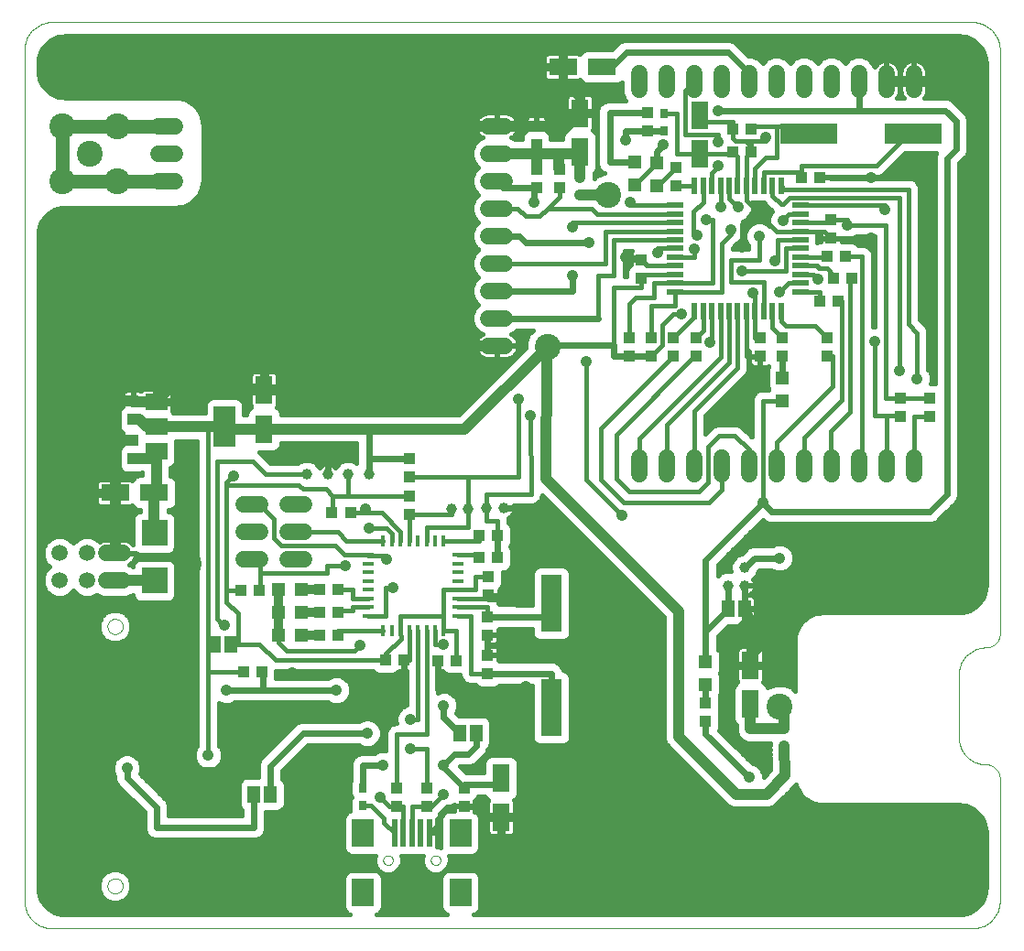
<source format=gtl>
G75*
G70*
%OFA0B0*%
%FSLAX24Y24*%
%IPPOS*%
%LPD*%
%AMOC8*
5,1,8,0,0,1.08239X$1,22.5*
%
%ADD10C,0.0000*%
%ADD11R,0.0591X0.0197*%
%ADD12R,0.0197X0.0591*%
%ADD13R,0.0394X0.0177*%
%ADD14R,0.0177X0.0394*%
%ADD15R,0.0197X0.0984*%
%ADD16R,0.0787X0.0984*%
%ADD17R,0.0433X0.0394*%
%ADD18R,0.0760X0.2100*%
%ADD19R,0.0394X0.0433*%
%ADD20R,0.2100X0.0760*%
%ADD21R,0.0472X0.0472*%
%ADD22C,0.0394*%
%ADD23R,0.1024X0.0630*%
%ADD24R,0.0630X0.1024*%
%ADD25R,0.0945X0.0945*%
%ADD26C,0.0600*%
%ADD27C,0.0945*%
%ADD28R,0.0276X0.0335*%
%ADD29R,0.0787X0.0591*%
%ADD30R,0.0787X0.1496*%
%ADD31R,0.0460X0.0630*%
%ADD32C,0.0240*%
%ADD33C,0.0160*%
%ADD34C,0.0400*%
%ADD35C,0.0886*%
%ADD36C,0.0413*%
%ADD37C,0.1660*%
%ADD38C,0.0320*%
%ADD39C,0.0500*%
%ADD40C,0.0591*%
D10*
X000101Y001101D02*
X000101Y032101D01*
X000103Y032161D01*
X000108Y032222D01*
X000117Y032281D01*
X000130Y032340D01*
X000146Y032399D01*
X000166Y032456D01*
X000189Y032511D01*
X000216Y032566D01*
X000245Y032618D01*
X000278Y032669D01*
X000314Y032718D01*
X000352Y032764D01*
X000394Y032808D01*
X000438Y032850D01*
X000484Y032888D01*
X000533Y032924D01*
X000584Y032957D01*
X000636Y032986D01*
X000691Y033013D01*
X000746Y033036D01*
X000803Y033056D01*
X000862Y033072D01*
X000921Y033085D01*
X000980Y033094D01*
X001041Y033099D01*
X001101Y033101D01*
X034601Y033101D01*
X034661Y033099D01*
X034722Y033094D01*
X034781Y033085D01*
X034840Y033072D01*
X034899Y033056D01*
X034956Y033036D01*
X035011Y033013D01*
X035066Y032986D01*
X035118Y032957D01*
X035169Y032924D01*
X035218Y032888D01*
X035264Y032850D01*
X035308Y032808D01*
X035350Y032764D01*
X035388Y032718D01*
X035424Y032669D01*
X035457Y032618D01*
X035486Y032566D01*
X035513Y032511D01*
X035536Y032456D01*
X035556Y032399D01*
X035572Y032340D01*
X035585Y032281D01*
X035594Y032222D01*
X035599Y032161D01*
X035601Y032101D01*
X035601Y010831D01*
X035599Y010787D01*
X035593Y010744D01*
X035584Y010702D01*
X035571Y010660D01*
X035554Y010620D01*
X035534Y010581D01*
X035511Y010544D01*
X035484Y010510D01*
X035455Y010477D01*
X035422Y010448D01*
X035388Y010421D01*
X035351Y010398D01*
X035312Y010378D01*
X035272Y010361D01*
X035230Y010348D01*
X035188Y010339D01*
X035145Y010333D01*
X035101Y010331D01*
X035041Y010329D01*
X034980Y010324D01*
X034921Y010315D01*
X034862Y010302D01*
X034803Y010286D01*
X034746Y010266D01*
X034691Y010243D01*
X034636Y010216D01*
X034584Y010187D01*
X034533Y010154D01*
X034484Y010118D01*
X034438Y010080D01*
X034394Y010038D01*
X034352Y009994D01*
X034314Y009948D01*
X034278Y009899D01*
X034245Y009848D01*
X034216Y009796D01*
X034189Y009741D01*
X034166Y009686D01*
X034146Y009629D01*
X034130Y009570D01*
X034117Y009511D01*
X034108Y009452D01*
X034103Y009391D01*
X034101Y009331D01*
X034101Y007071D01*
X034103Y007011D01*
X034108Y006950D01*
X034117Y006891D01*
X034130Y006832D01*
X034146Y006773D01*
X034166Y006716D01*
X034189Y006661D01*
X034216Y006606D01*
X034245Y006554D01*
X034278Y006503D01*
X034314Y006454D01*
X034352Y006408D01*
X034394Y006364D01*
X034438Y006322D01*
X034484Y006284D01*
X034533Y006248D01*
X034584Y006215D01*
X034636Y006186D01*
X034691Y006159D01*
X034746Y006136D01*
X034803Y006116D01*
X034862Y006100D01*
X034921Y006087D01*
X034980Y006078D01*
X035041Y006073D01*
X035101Y006071D01*
X035145Y006069D01*
X035188Y006063D01*
X035230Y006054D01*
X035272Y006041D01*
X035312Y006024D01*
X035351Y006004D01*
X035388Y005981D01*
X035422Y005954D01*
X035455Y005925D01*
X035484Y005892D01*
X035511Y005858D01*
X035534Y005821D01*
X035554Y005782D01*
X035571Y005742D01*
X035584Y005700D01*
X035593Y005658D01*
X035599Y005615D01*
X035601Y005571D01*
X035601Y001101D01*
X035599Y001041D01*
X035594Y000980D01*
X035585Y000921D01*
X035572Y000862D01*
X035556Y000803D01*
X035536Y000746D01*
X035513Y000691D01*
X035486Y000636D01*
X035457Y000584D01*
X035424Y000533D01*
X035388Y000484D01*
X035350Y000438D01*
X035308Y000394D01*
X035264Y000352D01*
X035218Y000314D01*
X035169Y000278D01*
X035118Y000245D01*
X035066Y000216D01*
X035011Y000189D01*
X034956Y000166D01*
X034899Y000146D01*
X034840Y000130D01*
X034781Y000117D01*
X034722Y000108D01*
X034661Y000103D01*
X034601Y000101D01*
X001101Y000101D01*
X001041Y000103D01*
X000980Y000108D01*
X000921Y000117D01*
X000862Y000130D01*
X000803Y000146D01*
X000746Y000166D01*
X000691Y000189D01*
X000636Y000216D01*
X000584Y000245D01*
X000533Y000278D01*
X000484Y000314D01*
X000438Y000352D01*
X000394Y000394D01*
X000352Y000438D01*
X000314Y000484D01*
X000278Y000533D01*
X000245Y000584D01*
X000216Y000636D01*
X000189Y000691D01*
X000166Y000746D01*
X000146Y000803D01*
X000130Y000862D01*
X000117Y000921D01*
X000108Y000980D01*
X000103Y001041D01*
X000101Y001101D01*
X003125Y001646D02*
X003127Y001679D01*
X003133Y001711D01*
X003142Y001742D01*
X003155Y001772D01*
X003172Y001800D01*
X003192Y001826D01*
X003215Y001850D01*
X003240Y001870D01*
X003268Y001888D01*
X003297Y001902D01*
X003328Y001912D01*
X003360Y001919D01*
X003393Y001922D01*
X003426Y001921D01*
X003458Y001916D01*
X003489Y001907D01*
X003520Y001895D01*
X003548Y001879D01*
X003575Y001860D01*
X003599Y001838D01*
X003620Y001813D01*
X003639Y001786D01*
X003654Y001757D01*
X003665Y001727D01*
X003673Y001695D01*
X003677Y001662D01*
X003677Y001630D01*
X003673Y001597D01*
X003665Y001565D01*
X003654Y001535D01*
X003639Y001506D01*
X003620Y001479D01*
X003599Y001454D01*
X003575Y001432D01*
X003548Y001413D01*
X003520Y001397D01*
X003489Y001385D01*
X003458Y001376D01*
X003426Y001371D01*
X003393Y001370D01*
X003360Y001373D01*
X003328Y001380D01*
X003297Y001390D01*
X003268Y001404D01*
X003240Y001422D01*
X003215Y001442D01*
X003192Y001466D01*
X003172Y001492D01*
X003155Y001520D01*
X003142Y001550D01*
X003133Y001581D01*
X003127Y001613D01*
X003125Y001646D01*
X003125Y011095D02*
X003127Y011128D01*
X003133Y011160D01*
X003142Y011191D01*
X003155Y011221D01*
X003172Y011249D01*
X003192Y011275D01*
X003215Y011299D01*
X003240Y011319D01*
X003268Y011337D01*
X003297Y011351D01*
X003328Y011361D01*
X003360Y011368D01*
X003393Y011371D01*
X003426Y011370D01*
X003458Y011365D01*
X003489Y011356D01*
X003520Y011344D01*
X003548Y011328D01*
X003575Y011309D01*
X003599Y011287D01*
X003620Y011262D01*
X003639Y011235D01*
X003654Y011206D01*
X003665Y011176D01*
X003673Y011144D01*
X003677Y011111D01*
X003677Y011079D01*
X003673Y011046D01*
X003665Y011014D01*
X003654Y010984D01*
X003639Y010955D01*
X003620Y010928D01*
X003599Y010903D01*
X003575Y010881D01*
X003548Y010862D01*
X003520Y010846D01*
X003489Y010834D01*
X003458Y010825D01*
X003426Y010820D01*
X003393Y010819D01*
X003360Y010822D01*
X003328Y010829D01*
X003297Y010839D01*
X003268Y010853D01*
X003240Y010871D01*
X003215Y010891D01*
X003192Y010915D01*
X003172Y010941D01*
X003155Y010969D01*
X003142Y010999D01*
X003133Y011030D01*
X003127Y011062D01*
X003125Y011095D01*
X013158Y002581D02*
X013160Y002607D01*
X013166Y002633D01*
X013176Y002658D01*
X013189Y002681D01*
X013205Y002701D01*
X013225Y002719D01*
X013247Y002734D01*
X013270Y002746D01*
X013296Y002754D01*
X013322Y002758D01*
X013348Y002758D01*
X013374Y002754D01*
X013400Y002746D01*
X013424Y002734D01*
X013445Y002719D01*
X013465Y002701D01*
X013481Y002681D01*
X013494Y002658D01*
X013504Y002633D01*
X013510Y002607D01*
X013512Y002581D01*
X013510Y002555D01*
X013504Y002529D01*
X013494Y002504D01*
X013481Y002481D01*
X013465Y002461D01*
X013445Y002443D01*
X013423Y002428D01*
X013400Y002416D01*
X013374Y002408D01*
X013348Y002404D01*
X013322Y002404D01*
X013296Y002408D01*
X013270Y002416D01*
X013246Y002428D01*
X013225Y002443D01*
X013205Y002461D01*
X013189Y002481D01*
X013176Y002504D01*
X013166Y002529D01*
X013160Y002555D01*
X013158Y002581D01*
X014890Y002581D02*
X014892Y002607D01*
X014898Y002633D01*
X014908Y002658D01*
X014921Y002681D01*
X014937Y002701D01*
X014957Y002719D01*
X014979Y002734D01*
X015002Y002746D01*
X015028Y002754D01*
X015054Y002758D01*
X015080Y002758D01*
X015106Y002754D01*
X015132Y002746D01*
X015156Y002734D01*
X015177Y002719D01*
X015197Y002701D01*
X015213Y002681D01*
X015226Y002658D01*
X015236Y002633D01*
X015242Y002607D01*
X015244Y002581D01*
X015242Y002555D01*
X015236Y002529D01*
X015226Y002504D01*
X015213Y002481D01*
X015197Y002461D01*
X015177Y002443D01*
X015155Y002428D01*
X015132Y002416D01*
X015106Y002408D01*
X015080Y002404D01*
X015054Y002404D01*
X015028Y002408D01*
X015002Y002416D01*
X014978Y002428D01*
X014957Y002443D01*
X014937Y002461D01*
X014921Y002481D01*
X014908Y002504D01*
X014898Y002529D01*
X014892Y002555D01*
X014890Y002581D01*
D11*
X023777Y023286D03*
X023777Y023601D03*
X023777Y023916D03*
X023777Y024231D03*
X023777Y024546D03*
X023777Y024861D03*
X023777Y025176D03*
X023777Y025491D03*
X023777Y025806D03*
X023777Y026121D03*
X023777Y026436D03*
X028344Y026436D03*
X028344Y026121D03*
X028344Y025806D03*
X028344Y025491D03*
X028344Y025176D03*
X028344Y024861D03*
X028344Y024546D03*
X028344Y024231D03*
X028344Y023916D03*
X028344Y023601D03*
X028344Y023286D03*
D12*
X027636Y022577D03*
X027321Y022577D03*
X027006Y022577D03*
X026691Y022577D03*
X026376Y022577D03*
X026061Y022577D03*
X025746Y022577D03*
X025431Y022577D03*
X025116Y022577D03*
X024801Y022577D03*
X024486Y022577D03*
X024486Y027144D03*
X024801Y027144D03*
X025116Y027144D03*
X025431Y027144D03*
X025746Y027144D03*
X026061Y027144D03*
X026376Y027144D03*
X026691Y027144D03*
X027006Y027144D03*
X027321Y027144D03*
X027636Y027144D03*
D13*
X015895Y013693D03*
X015895Y013378D03*
X015895Y013063D03*
X015895Y012748D03*
X015895Y012433D03*
X015895Y012118D03*
X015895Y011803D03*
X015895Y011488D03*
X012627Y011488D03*
X012627Y011803D03*
X012627Y012118D03*
X012627Y012433D03*
X012627Y012748D03*
X012627Y013063D03*
X012627Y013378D03*
X012627Y013693D03*
D14*
X013158Y014225D03*
X013473Y014225D03*
X013788Y014225D03*
X014103Y014225D03*
X014418Y014225D03*
X014733Y014225D03*
X015048Y014225D03*
X015363Y014225D03*
X015363Y010957D03*
X015048Y010957D03*
X014733Y010957D03*
X014418Y010957D03*
X014103Y010957D03*
X013788Y010957D03*
X013473Y010957D03*
X013158Y010957D03*
D15*
X013571Y003565D03*
X013886Y003565D03*
X014201Y003565D03*
X014516Y003565D03*
X014831Y003565D03*
D16*
X015972Y003565D03*
X015972Y001400D03*
X012429Y001400D03*
X012429Y003565D03*
D17*
X013651Y004546D03*
X013651Y005215D03*
X014731Y005215D03*
X014731Y004546D03*
X015146Y009851D03*
X015815Y009851D03*
X013925Y009861D03*
X013256Y009861D03*
X014111Y015176D03*
X014111Y015845D03*
X014111Y016546D03*
X014111Y017215D03*
X022101Y020936D03*
X022101Y021605D03*
X022911Y021605D03*
X022911Y020936D03*
X023721Y020936D03*
X023721Y021605D03*
X024531Y021605D03*
X024531Y020936D03*
X027691Y020936D03*
X027691Y021605D03*
X029301Y021605D03*
X029301Y020936D03*
X031971Y019425D03*
X031971Y018756D03*
X033061Y018756D03*
X033061Y019425D03*
X029035Y027451D03*
X028366Y027451D03*
X026535Y028381D03*
X025866Y028381D03*
X025866Y029201D03*
X026535Y029201D03*
X023801Y027805D03*
X023801Y027136D03*
X022781Y029146D03*
X022781Y029815D03*
X019571Y027755D03*
X019571Y027086D03*
X018751Y027086D03*
X018751Y027755D03*
X024891Y008325D03*
X024891Y007656D03*
D18*
X019281Y008131D03*
X019281Y011931D03*
D19*
X017325Y013601D03*
X016656Y013601D03*
X016991Y012905D03*
X016991Y012236D03*
X016961Y011455D03*
X016961Y010786D03*
X016961Y010055D03*
X016961Y009386D03*
X016111Y005215D03*
X016111Y004546D03*
X011525Y010791D03*
X010856Y010791D03*
X010856Y011621D03*
X011525Y011621D03*
X011525Y012441D03*
X010856Y012441D03*
X008655Y012401D03*
X007986Y012401D03*
X008066Y009431D03*
X008735Y009431D03*
X011296Y015231D03*
X011965Y015231D03*
X016656Y014411D03*
X017325Y014411D03*
X022541Y023776D03*
X022541Y024445D03*
X026871Y021605D03*
X026871Y020936D03*
X029036Y022951D03*
X029705Y022951D03*
X029556Y023761D03*
X030225Y023761D03*
X029985Y024571D03*
X029316Y024571D03*
X029461Y025236D03*
X029461Y025905D03*
X018731Y028656D03*
X018731Y029325D03*
X004051Y019305D03*
X004051Y018636D03*
X004051Y017875D03*
X004051Y017206D03*
D20*
X028631Y029051D03*
X032431Y029051D03*
D21*
X027691Y020144D03*
X027691Y019317D03*
X023101Y027157D03*
X022301Y027167D03*
X022301Y027994D03*
X023101Y027984D03*
X010164Y012431D03*
X010164Y011611D03*
X010164Y010791D03*
X009337Y010791D03*
X009337Y011611D03*
X009337Y012431D03*
X024891Y009794D03*
X024891Y008967D03*
D22*
X025711Y012591D03*
X026311Y012591D03*
X026311Y013231D03*
X017561Y015401D03*
X016901Y015401D03*
X016261Y015391D03*
X015641Y015391D03*
X012631Y016631D03*
X011881Y016631D03*
X011131Y016631D03*
X010381Y016631D03*
D23*
X004819Y015961D03*
X003402Y015961D03*
X019702Y031471D03*
X021119Y031471D03*
D24*
X020321Y029789D03*
X020321Y028372D03*
X024671Y028302D03*
X024671Y029719D03*
X008821Y019699D03*
X008821Y018282D03*
X017451Y005569D03*
X017451Y004152D03*
X026521Y008262D03*
X026521Y009679D03*
D25*
X004831Y012765D03*
X004831Y014497D03*
D26*
X003681Y013771D02*
X003081Y013771D01*
X003081Y012771D02*
X003681Y012771D01*
X008071Y013531D02*
X008671Y013531D01*
X008671Y014531D02*
X008071Y014531D01*
X008071Y015531D02*
X008671Y015531D01*
X009671Y015531D02*
X010271Y015531D01*
X010271Y014531D02*
X009671Y014531D01*
X009671Y013531D02*
X010271Y013531D01*
X016991Y021321D02*
X017591Y021321D01*
X017591Y022321D02*
X016991Y022321D01*
X016991Y023321D02*
X017591Y023321D01*
X017591Y024321D02*
X016991Y024321D01*
X016991Y025321D02*
X017591Y025321D01*
X017591Y026321D02*
X016991Y026321D01*
X016991Y027321D02*
X017591Y027321D01*
X017591Y028321D02*
X016991Y028321D01*
X016991Y029321D02*
X017591Y029321D01*
X022471Y030641D02*
X022471Y031241D01*
X023471Y031241D02*
X023471Y030641D01*
X024471Y030641D02*
X024471Y031241D01*
X025471Y031241D02*
X025471Y030641D01*
X026471Y030641D02*
X026471Y031241D01*
X027471Y031241D02*
X027471Y030641D01*
X028471Y030641D02*
X028471Y031241D01*
X029471Y031241D02*
X029471Y030641D01*
X030471Y030641D02*
X030471Y031241D01*
X031471Y031241D02*
X031471Y030641D01*
X032471Y030641D02*
X032471Y031241D01*
X032471Y017241D02*
X032471Y016641D01*
X031471Y016641D02*
X031471Y017241D01*
X030471Y017241D02*
X030471Y016641D01*
X029471Y016641D02*
X029471Y017241D01*
X028471Y017241D02*
X028471Y016641D01*
X027471Y016641D02*
X027471Y017241D01*
X026471Y017241D02*
X026471Y016641D01*
X025471Y016641D02*
X025471Y017241D01*
X024471Y017241D02*
X024471Y016641D01*
X023471Y016641D02*
X023471Y017241D01*
X022471Y017241D02*
X022471Y016641D01*
X005591Y027321D02*
X004991Y027321D01*
X004991Y028321D02*
X005591Y028321D01*
X005591Y029321D02*
X004991Y029321D01*
D27*
X003495Y029305D03*
X002491Y028301D03*
X001487Y029305D03*
X001487Y027297D03*
X003495Y027297D03*
X006081Y013391D03*
X017411Y002771D03*
X027591Y008191D03*
X027811Y011341D03*
X028081Y004291D03*
X019131Y021291D03*
X021341Y026801D03*
D28*
X020321Y026805D03*
X020321Y027435D03*
X023391Y029145D03*
X023391Y029775D03*
X027751Y007366D03*
X027751Y006736D03*
X012421Y005205D03*
X012421Y004575D03*
D29*
X004901Y017465D03*
X004901Y018371D03*
X004901Y019276D03*
D30*
X007381Y018371D03*
D31*
X007621Y010441D03*
X007021Y010441D03*
X008451Y004981D03*
X009051Y004981D03*
X015941Y007211D03*
X016541Y007211D03*
X025711Y011741D03*
X026311Y011741D03*
D32*
X026311Y012591D01*
X025711Y012591D02*
X025711Y011741D01*
X024891Y010921D01*
X024891Y009794D01*
X024891Y008967D02*
X024891Y008325D01*
X024891Y007656D02*
X024891Y007191D01*
X026471Y005611D01*
X026521Y009679D02*
X026521Y011491D01*
X026311Y011741D01*
X024891Y010921D02*
X024891Y013521D01*
X026971Y015601D01*
X027281Y015291D01*
X033051Y015291D01*
X033681Y015921D01*
X033681Y028151D01*
X034001Y028471D01*
X034001Y029501D01*
X033611Y029891D01*
X030471Y029891D01*
X025351Y029891D01*
X026471Y030941D02*
X026471Y031231D01*
X025701Y032001D01*
X022001Y032001D01*
X021471Y031471D01*
X021119Y031471D01*
X020321Y030281D02*
X020321Y029789D01*
X020321Y030281D02*
X019701Y030901D01*
X019701Y031469D01*
X019702Y031471D01*
X021401Y029815D02*
X022781Y029815D01*
X022781Y029146D02*
X021991Y029146D01*
X021991Y028811D01*
X022781Y029146D02*
X023392Y029146D01*
X023351Y028631D02*
X023101Y028381D01*
X023101Y027984D01*
X022301Y027994D02*
X021401Y027994D01*
X021401Y029815D01*
X018751Y027086D02*
X018631Y027086D01*
X018631Y026551D01*
X018631Y027086D02*
X017525Y027086D01*
X017291Y027321D01*
X017291Y025321D02*
X018101Y025321D01*
X018351Y025071D01*
X020661Y025071D01*
X020041Y023871D02*
X020041Y023321D01*
X017291Y023321D01*
X017291Y022321D02*
X020991Y022321D01*
X021551Y021351D02*
X019131Y021351D01*
X021551Y021351D02*
X021551Y020936D01*
X022101Y020936D01*
X022911Y020936D01*
X027691Y020936D02*
X027691Y020384D01*
X027591Y013591D02*
X026671Y013591D01*
X026311Y013231D01*
X020671Y013491D02*
X020671Y010411D01*
X020671Y006581D01*
X018211Y006581D01*
X018211Y004181D01*
X017451Y004181D01*
X017451Y004152D01*
X016791Y004152D01*
X016791Y004546D01*
X016111Y004546D01*
X016111Y005215D02*
X015351Y005975D01*
X015351Y006051D01*
X015741Y006441D01*
X016251Y006441D01*
X016541Y006731D01*
X016541Y007211D01*
X015941Y007211D02*
X015361Y007791D01*
X015361Y008211D01*
X015146Y008811D02*
X015146Y009851D01*
X015146Y008811D02*
X017551Y008811D01*
X017551Y006581D01*
X018211Y006581D01*
X017451Y005341D02*
X016101Y005341D01*
X016791Y004152D02*
X016791Y003391D01*
X017411Y002771D01*
X013141Y006051D02*
X012421Y006051D01*
X012421Y005205D01*
X012581Y007201D02*
X010231Y007201D01*
X009051Y006021D01*
X009051Y004981D01*
X008451Y004981D02*
X008451Y003771D01*
X004911Y003771D01*
X004911Y004511D01*
X003831Y005591D01*
X003831Y005941D01*
X007441Y008771D02*
X008791Y008771D01*
X008791Y009431D01*
X008791Y008771D02*
X011461Y008771D01*
X012291Y007951D02*
X009061Y007951D01*
X008111Y007000D01*
X012291Y007951D02*
X013025Y008685D01*
X013925Y008685D01*
X013925Y009861D01*
X016961Y010055D02*
X016961Y010411D01*
X020671Y010411D01*
X019281Y009386D02*
X019281Y008131D01*
X019281Y009386D02*
X016961Y009386D01*
X016961Y010411D02*
X016961Y010786D01*
X016961Y011455D02*
X019271Y011445D01*
X019281Y011931D01*
X017991Y012118D02*
X017991Y013491D01*
X017991Y015401D01*
X017561Y015401D01*
X017325Y014411D02*
X017325Y013601D01*
X017991Y013491D02*
X020671Y013491D01*
X017991Y012118D02*
X016991Y012118D01*
X012631Y016631D02*
X012631Y017215D01*
X012631Y018282D01*
X012631Y017215D02*
X014111Y017215D01*
X011371Y017331D02*
X011131Y017331D01*
X011131Y016631D01*
X030471Y029891D02*
X030471Y030941D01*
D33*
X031048Y031468D02*
X030996Y031592D01*
X030822Y031766D01*
X030594Y031861D01*
X030347Y031861D01*
X030120Y031766D01*
X029971Y031618D01*
X029822Y031766D01*
X029594Y031861D01*
X029347Y031861D01*
X029120Y031766D01*
X028971Y031618D01*
X028822Y031766D01*
X028594Y031861D01*
X028347Y031861D01*
X028120Y031766D01*
X027971Y031618D01*
X027822Y031766D01*
X027594Y031861D01*
X027347Y031861D01*
X027120Y031766D01*
X026971Y031618D01*
X026822Y031766D01*
X026594Y031861D01*
X026463Y031861D01*
X025950Y032374D01*
X025788Y032441D01*
X025613Y032441D01*
X021913Y032441D01*
X021752Y032374D01*
X021628Y032250D01*
X021484Y032106D01*
X020544Y032106D01*
X020426Y032057D01*
X020336Y031967D01*
X020322Y031931D01*
X020283Y031953D01*
X020238Y031966D01*
X019780Y031966D01*
X019780Y031549D01*
X019625Y031549D01*
X019625Y031966D01*
X019167Y031966D01*
X019121Y031953D01*
X019080Y031930D01*
X019046Y031896D01*
X019023Y031855D01*
X019010Y031809D01*
X000625Y031809D01*
X000611Y031743D02*
X000641Y031883D01*
X000691Y032016D01*
X000760Y032141D01*
X000845Y032256D01*
X000946Y032357D01*
X001060Y032442D01*
X001185Y032510D01*
X001319Y032560D01*
X001458Y032591D01*
X001601Y032601D01*
X034101Y032601D01*
X034243Y032591D01*
X034383Y032560D01*
X034516Y032510D01*
X034641Y032442D01*
X034756Y032357D01*
X034857Y032256D01*
X034942Y032141D01*
X035010Y032016D01*
X035060Y031883D01*
X035091Y031743D01*
X035101Y031601D01*
X035101Y012601D01*
X035091Y012458D01*
X035060Y012319D01*
X035010Y012185D01*
X034942Y012060D01*
X034857Y011946D01*
X034756Y011845D01*
X034641Y011760D01*
X034516Y011691D01*
X034383Y011641D01*
X034243Y011611D01*
X034101Y011601D01*
X029151Y011601D01*
X029008Y011591D01*
X028869Y011560D01*
X028735Y011510D01*
X028610Y011442D01*
X028496Y011357D01*
X028395Y011256D01*
X028310Y011141D01*
X028241Y011016D01*
X028191Y010883D01*
X028161Y010743D01*
X028151Y010601D01*
X028151Y008751D01*
X028040Y008863D01*
X027748Y008983D01*
X027433Y008983D01*
X027145Y008864D01*
X027107Y008955D01*
X027017Y009045D01*
X026981Y009060D01*
X027003Y009098D01*
X027016Y009144D01*
X027016Y009602D01*
X026599Y009602D01*
X026599Y009757D01*
X027016Y009757D01*
X027016Y010215D01*
X027003Y010261D01*
X026980Y010302D01*
X026946Y010335D01*
X026905Y010359D01*
X026859Y010371D01*
X026598Y010371D01*
X026598Y009757D01*
X026443Y009757D01*
X026443Y009602D01*
X026026Y009602D01*
X026026Y009144D01*
X026038Y009098D01*
X026060Y009060D01*
X026025Y009045D01*
X025935Y008955D01*
X025886Y008838D01*
X025886Y007687D01*
X025935Y007569D01*
X026001Y007503D01*
X026001Y007263D01*
X026080Y007072D01*
X026226Y006926D01*
X026417Y006846D01*
X026624Y006846D01*
X027235Y006846D01*
X027229Y006830D01*
X027247Y005872D01*
X026997Y005623D01*
X026997Y005716D01*
X026917Y005909D01*
X026769Y006057D01*
X026576Y006137D01*
X026566Y006137D01*
X025392Y007311D01*
X025427Y007396D01*
X025427Y007917D01*
X025397Y007991D01*
X025427Y008065D01*
X025427Y008586D01*
X025420Y008603D01*
X025447Y008667D01*
X025447Y009267D01*
X025400Y009381D01*
X025447Y009494D01*
X025447Y010094D01*
X025398Y010212D01*
X025331Y010279D01*
X025331Y010739D01*
X025698Y011106D01*
X026004Y011106D01*
X026122Y011154D01*
X026212Y011244D01*
X026213Y011246D01*
X026276Y011246D01*
X026276Y011706D01*
X026346Y011706D01*
X026346Y011776D01*
X026721Y011776D01*
X026721Y012079D01*
X026708Y012125D01*
X026685Y012166D01*
X026651Y012200D01*
X026610Y012223D01*
X026564Y012236D01*
X026438Y012236D01*
X026489Y012257D01*
X026551Y012298D01*
X026603Y012351D01*
X026645Y012412D01*
X026673Y012481D01*
X026688Y012554D01*
X026688Y012572D01*
X026329Y012572D01*
X026329Y012214D01*
X026346Y012214D01*
X026346Y011776D01*
X026276Y011776D01*
X026276Y012214D01*
X026292Y012214D01*
X026292Y012572D01*
X026329Y012572D01*
X026329Y012609D01*
X026688Y012609D01*
X026688Y012628D01*
X026673Y012701D01*
X026645Y012769D01*
X026619Y012808D01*
X026749Y012938D01*
X026826Y013124D01*
X026853Y013151D01*
X027286Y013151D01*
X027292Y013144D01*
X027486Y013064D01*
X027696Y013064D01*
X027889Y013144D01*
X028037Y013292D01*
X028117Y013486D01*
X028117Y013696D01*
X028037Y013889D01*
X027889Y014037D01*
X027696Y014117D01*
X027486Y014117D01*
X027292Y014037D01*
X027286Y014031D01*
X026583Y014031D01*
X026422Y013964D01*
X026298Y013840D01*
X026204Y013746D01*
X026018Y013669D01*
X025873Y013524D01*
X025794Y013334D01*
X025794Y013128D01*
X025802Y013108D01*
X025608Y013108D01*
X025418Y013029D01*
X025331Y012942D01*
X025331Y013339D01*
X026971Y014979D01*
X027032Y014918D01*
X027193Y014851D01*
X027368Y014851D01*
X033138Y014851D01*
X033300Y014918D01*
X033424Y015042D01*
X033930Y015548D01*
X034054Y015672D01*
X034121Y015833D01*
X034121Y027969D01*
X034250Y028098D01*
X034374Y028222D01*
X034441Y028383D01*
X034441Y029413D01*
X034441Y029588D01*
X034374Y029750D01*
X033984Y030140D01*
X033860Y030264D01*
X033698Y030331D01*
X032839Y030331D01*
X032881Y030389D01*
X032916Y030456D01*
X032939Y030528D01*
X032951Y030603D01*
X032951Y030921D01*
X032491Y030921D01*
X032491Y030961D01*
X032451Y030961D01*
X032451Y031721D01*
X032433Y031721D01*
X032358Y031709D01*
X032286Y031686D01*
X032219Y031651D01*
X031723Y031651D01*
X031722Y031651D02*
X031655Y031686D01*
X031583Y031709D01*
X031509Y031721D01*
X031491Y031721D01*
X031491Y030961D01*
X031451Y030961D01*
X031451Y031721D01*
X031433Y031721D01*
X031358Y031709D01*
X031286Y031686D01*
X031219Y031651D01*
X030937Y031651D01*
X031038Y031492D02*
X031060Y031492D01*
X031048Y031468D01*
X031060Y031492D02*
X031105Y031553D01*
X031158Y031607D01*
X031219Y031651D01*
X031451Y031651D02*
X031491Y031651D01*
X031491Y031492D02*
X031451Y031492D01*
X031451Y031334D02*
X031491Y031334D01*
X031491Y031175D02*
X031451Y031175D01*
X031451Y031017D02*
X031491Y031017D01*
X031491Y030961D02*
X031951Y030961D01*
X031951Y031279D01*
X031939Y031353D01*
X031916Y031425D01*
X031881Y031492D01*
X031837Y031553D01*
X031783Y031607D01*
X031722Y031651D01*
X031881Y031492D02*
X032060Y031492D01*
X032026Y031425D01*
X032003Y031353D01*
X031991Y031279D01*
X031991Y030961D01*
X032451Y030961D01*
X032451Y030921D01*
X031991Y030921D01*
X031991Y030603D01*
X032003Y030528D01*
X032026Y030456D01*
X032060Y030389D01*
X032103Y030331D01*
X031839Y030331D01*
X031881Y030389D01*
X031916Y030456D01*
X031939Y030528D01*
X031951Y030603D01*
X031951Y030921D01*
X031491Y030921D01*
X031491Y030961D01*
X031951Y031017D02*
X031991Y031017D01*
X031991Y031175D02*
X031951Y031175D01*
X031942Y031334D02*
X032000Y031334D01*
X032060Y031492D02*
X032105Y031553D01*
X032158Y031607D01*
X032219Y031651D01*
X032451Y031651D02*
X032491Y031651D01*
X032491Y031721D02*
X032491Y030961D01*
X032951Y030961D01*
X032951Y031279D01*
X032939Y031353D01*
X032916Y031425D01*
X032881Y031492D01*
X032837Y031553D01*
X032783Y031607D01*
X032722Y031651D01*
X032655Y031686D01*
X032583Y031709D01*
X032509Y031721D01*
X032491Y031721D01*
X032491Y031492D02*
X032451Y031492D01*
X032451Y031334D02*
X032491Y031334D01*
X032491Y031175D02*
X032451Y031175D01*
X032451Y031017D02*
X032491Y031017D01*
X031991Y030858D02*
X031951Y030858D01*
X031951Y030700D02*
X031991Y030700D01*
X032001Y030541D02*
X031941Y030541D01*
X031876Y030383D02*
X032065Y030383D01*
X032876Y030383D02*
X035101Y030383D01*
X035101Y030541D02*
X032941Y030541D01*
X032951Y030700D02*
X035101Y030700D01*
X035101Y030858D02*
X032951Y030858D01*
X032951Y031017D02*
X035101Y031017D01*
X035101Y031175D02*
X032951Y031175D01*
X032942Y031334D02*
X035101Y031334D01*
X035101Y031492D02*
X032881Y031492D01*
X032723Y031651D02*
X035097Y031651D01*
X035076Y031809D02*
X030718Y031809D01*
X030224Y031809D02*
X029718Y031809D01*
X029937Y031651D02*
X030004Y031651D01*
X029224Y031809D02*
X028718Y031809D01*
X028937Y031651D02*
X029004Y031651D01*
X028224Y031809D02*
X027718Y031809D01*
X027937Y031651D02*
X028004Y031651D01*
X027224Y031809D02*
X026718Y031809D01*
X026937Y031651D02*
X027004Y031651D01*
X026356Y031968D02*
X035028Y031968D01*
X034950Y032127D02*
X026197Y032127D01*
X026039Y032285D02*
X034827Y032285D01*
X034639Y032444D02*
X001063Y032444D01*
X000874Y032285D02*
X021663Y032285D01*
X021504Y032127D02*
X000751Y032127D01*
X000673Y031968D02*
X020337Y031968D01*
X019780Y031809D02*
X019625Y031809D01*
X019625Y031651D02*
X019780Y031651D01*
X019624Y031548D02*
X019624Y031393D01*
X019010Y031393D01*
X019010Y031132D01*
X019023Y031086D01*
X019046Y031045D01*
X019080Y031012D01*
X019121Y030988D01*
X019167Y030976D01*
X019625Y030976D01*
X019625Y031393D01*
X019780Y031393D01*
X019780Y030976D01*
X020238Y030976D01*
X020283Y030988D01*
X020322Y031010D01*
X020336Y030975D01*
X020426Y030885D01*
X020544Y030836D01*
X021695Y030836D01*
X021813Y030885D01*
X021851Y030923D01*
X021851Y030517D01*
X021945Y030290D01*
X021979Y030255D01*
X021313Y030255D01*
X021152Y030188D01*
X021028Y030065D01*
X020961Y029903D01*
X020961Y029728D01*
X020961Y027907D01*
X021028Y027745D01*
X021152Y027621D01*
X021219Y027593D01*
X021183Y027593D01*
X020892Y027473D01*
X020841Y027421D01*
X020841Y027613D01*
X020907Y027679D01*
X020956Y027797D01*
X020956Y028948D01*
X020907Y029065D01*
X020817Y029155D01*
X020781Y029170D01*
X020803Y029208D01*
X020816Y029254D01*
X020816Y029712D01*
X020399Y029712D01*
X020399Y029867D01*
X020816Y029867D01*
X020816Y030325D01*
X020803Y030371D01*
X020780Y030412D01*
X020746Y030445D01*
X020705Y030469D01*
X020659Y030481D01*
X020398Y030481D01*
X020398Y029867D01*
X020243Y029867D01*
X020243Y029712D01*
X019826Y029712D01*
X019826Y029254D01*
X019838Y029208D01*
X019860Y029170D01*
X019825Y029155D01*
X019735Y029065D01*
X019686Y028948D01*
X019686Y028841D01*
X019664Y028841D01*
X019457Y028841D01*
X019248Y028841D01*
X019248Y028936D01*
X019199Y029054D01*
X019109Y029144D01*
X019108Y029144D01*
X019108Y029307D01*
X018749Y029307D01*
X018749Y029344D01*
X018712Y029344D01*
X018712Y029307D01*
X018354Y029307D01*
X018354Y029144D01*
X018353Y029144D01*
X018263Y029054D01*
X018214Y028936D01*
X018214Y028841D01*
X017948Y028841D01*
X017942Y028846D01*
X017818Y028898D01*
X017842Y028910D01*
X017903Y028955D01*
X017957Y029008D01*
X018001Y029069D01*
X018036Y029136D01*
X018059Y029208D01*
X018071Y029283D01*
X018071Y029301D01*
X017311Y029301D01*
X017311Y029341D01*
X017271Y029341D01*
X017271Y029801D01*
X016953Y029801D01*
X016878Y029789D01*
X016806Y029766D01*
X016739Y029731D01*
X016678Y029687D01*
X016625Y029633D01*
X016580Y029572D01*
X016546Y029505D01*
X016523Y029433D01*
X016511Y029359D01*
X016511Y029341D01*
X017271Y029341D01*
X017271Y029301D01*
X016511Y029301D01*
X016511Y029283D01*
X016523Y029208D01*
X016546Y029136D01*
X016580Y029069D01*
X016625Y029008D01*
X016678Y028955D01*
X016739Y028910D01*
X016764Y028898D01*
X016640Y028846D01*
X016465Y028672D01*
X016371Y028444D01*
X016371Y028197D01*
X016465Y027970D01*
X016614Y027821D01*
X016465Y027672D01*
X016371Y027444D01*
X016371Y027197D01*
X016465Y026970D01*
X016614Y026821D01*
X016465Y026672D01*
X016371Y026444D01*
X016371Y026197D01*
X016465Y025970D01*
X016614Y025821D01*
X016465Y025672D01*
X016371Y025444D01*
X016371Y025197D01*
X016465Y024970D01*
X016614Y024821D01*
X016465Y024672D01*
X016371Y024444D01*
X016371Y024197D01*
X016465Y023970D01*
X016614Y023821D01*
X016465Y023672D01*
X016371Y023444D01*
X016371Y023197D01*
X016465Y022970D01*
X016614Y022821D01*
X016465Y022672D01*
X016371Y022444D01*
X016371Y022197D01*
X016465Y021970D01*
X016640Y021795D01*
X016764Y021744D01*
X016739Y021731D01*
X016678Y021687D01*
X016625Y021633D01*
X016580Y021572D01*
X016546Y021505D01*
X016523Y021433D01*
X016511Y021359D01*
X016511Y021341D01*
X017271Y021341D01*
X017271Y021301D01*
X017311Y021301D01*
X017311Y021341D01*
X018071Y021341D01*
X018071Y021359D01*
X018059Y021433D01*
X018036Y021505D01*
X018001Y021572D01*
X017957Y021633D01*
X017903Y021687D01*
X017842Y021731D01*
X017818Y021744D01*
X017942Y021795D01*
X018028Y021881D01*
X018600Y021881D01*
X018459Y021740D01*
X018338Y021448D01*
X018338Y021234D01*
X015907Y018802D01*
X012527Y018802D01*
X009456Y018802D01*
X009456Y018858D01*
X009407Y018975D01*
X009317Y019065D01*
X009281Y019080D01*
X009303Y019118D01*
X009316Y019164D01*
X009316Y019622D01*
X008899Y019622D01*
X008899Y019777D01*
X009316Y019777D01*
X009316Y020235D01*
X009303Y020281D01*
X009280Y020322D01*
X009246Y020355D01*
X009205Y020379D01*
X009159Y020391D01*
X008898Y020391D01*
X008898Y019777D01*
X008743Y019777D01*
X008743Y019622D01*
X008326Y019622D01*
X008326Y019164D01*
X008338Y019118D01*
X008360Y019080D01*
X008325Y019065D01*
X008235Y018975D01*
X008186Y018858D01*
X008186Y018802D01*
X008095Y018802D01*
X008095Y019182D01*
X008046Y019300D01*
X007956Y019390D01*
X007838Y019439D01*
X006924Y019439D01*
X006806Y019390D01*
X006716Y019300D01*
X006667Y019182D01*
X006667Y018891D01*
X005522Y018891D01*
X005476Y018937D01*
X005470Y018940D01*
X005474Y018957D01*
X005474Y019209D01*
X004969Y019209D01*
X004969Y019344D01*
X005474Y019344D01*
X005474Y019595D01*
X005462Y019641D01*
X005438Y019682D01*
X005405Y019716D01*
X005364Y019739D01*
X005318Y019752D01*
X004968Y019752D01*
X004968Y019344D01*
X004833Y019344D01*
X004833Y019752D01*
X004483Y019752D01*
X004437Y019739D01*
X004396Y019716D01*
X004363Y019682D01*
X004355Y019668D01*
X004317Y019690D01*
X004271Y019702D01*
X004069Y019702D01*
X004069Y019324D01*
X004032Y019324D01*
X004032Y019287D01*
X003674Y019287D01*
X003674Y019124D01*
X003673Y019124D01*
X003583Y019034D01*
X003534Y018916D01*
X003534Y018747D01*
X003531Y018740D01*
X003531Y018533D01*
X003534Y018525D01*
X003534Y018356D01*
X003583Y018238D01*
X003673Y018148D01*
X003682Y018145D01*
X003674Y018116D01*
X003674Y017894D01*
X004032Y017894D01*
X004032Y017857D01*
X003674Y017857D01*
X003674Y017694D01*
X003673Y017694D01*
X003583Y017604D01*
X003534Y017486D01*
X003534Y017332D01*
X003531Y017324D01*
X003531Y017117D01*
X003531Y017103D01*
X003534Y017095D01*
X003534Y016926D01*
X003583Y016808D01*
X003673Y016718D01*
X003790Y016670D01*
X004311Y016670D01*
X004381Y016698D01*
X004381Y016596D01*
X004244Y016596D01*
X004126Y016547D01*
X004036Y016457D01*
X004022Y016421D01*
X003983Y016443D01*
X003938Y016456D01*
X003480Y016456D01*
X003480Y016039D01*
X003325Y016039D01*
X003325Y016456D01*
X002867Y016456D01*
X002821Y016443D01*
X002780Y016420D01*
X002746Y016386D01*
X002723Y016345D01*
X002710Y016299D01*
X002710Y016038D01*
X003324Y016038D01*
X003324Y015883D01*
X002710Y015883D01*
X002710Y015622D01*
X002723Y015576D01*
X002746Y015535D01*
X002780Y015502D01*
X002821Y015478D01*
X002867Y015466D01*
X003325Y015466D01*
X003325Y015883D01*
X003480Y015883D01*
X003480Y015466D01*
X003938Y015466D01*
X003983Y015478D01*
X004022Y015500D01*
X004036Y015465D01*
X004126Y015375D01*
X004244Y015326D01*
X004299Y015326D01*
X004299Y015289D01*
X004295Y015289D01*
X004177Y015241D01*
X004087Y015151D01*
X004038Y015033D01*
X004038Y014092D01*
X003993Y014137D01*
X003932Y014181D01*
X003865Y014216D01*
X003793Y014239D01*
X003719Y014251D01*
X003401Y014251D01*
X003401Y013791D01*
X004139Y013791D01*
X004177Y013753D01*
X004295Y013704D01*
X005367Y013704D01*
X005484Y013753D01*
X005574Y013843D01*
X005623Y013961D01*
X005623Y015033D01*
X005574Y015151D01*
X005484Y015241D01*
X005367Y015289D01*
X005339Y015289D01*
X005339Y015326D01*
X005395Y015326D01*
X005513Y015375D01*
X005603Y015465D01*
X005651Y015582D01*
X005651Y016339D01*
X005603Y016457D01*
X005513Y016547D01*
X005421Y016585D01*
X005421Y016876D01*
X005476Y016899D01*
X005566Y016989D01*
X005614Y017106D01*
X005614Y017824D01*
X005603Y017851D01*
X006391Y017851D01*
X006391Y010520D01*
X006391Y009351D01*
X006391Y006746D01*
X006344Y006699D01*
X006264Y006506D01*
X006264Y006296D01*
X006344Y006102D01*
X006492Y005954D01*
X006686Y005874D01*
X006896Y005874D01*
X007089Y005954D01*
X007237Y006102D01*
X007317Y006296D01*
X007317Y006506D01*
X007237Y006699D01*
X007191Y006746D01*
X007191Y008304D01*
X007336Y008244D01*
X007546Y008244D01*
X007739Y008324D01*
X007746Y008331D01*
X008703Y008331D01*
X008878Y008331D01*
X011156Y008331D01*
X011162Y008324D01*
X011356Y008244D01*
X011566Y008244D01*
X011759Y008324D01*
X011907Y008472D01*
X011987Y008666D01*
X011987Y008876D01*
X011907Y009069D01*
X011759Y009217D01*
X011566Y009297D01*
X011356Y009297D01*
X011162Y009217D01*
X011156Y009211D01*
X009252Y009211D01*
X009252Y009461D01*
X009320Y009461D01*
X012790Y009461D01*
X012858Y009393D01*
X012976Y009344D01*
X013536Y009344D01*
X013654Y009393D01*
X013744Y009483D01*
X013744Y009484D01*
X013907Y009484D01*
X013907Y009842D01*
X013944Y009842D01*
X013944Y009484D01*
X014018Y009484D01*
X014018Y008236D01*
X013852Y008167D01*
X013704Y008019D01*
X013624Y007826D01*
X013624Y007616D01*
X013647Y007561D01*
X013571Y007561D01*
X013424Y007500D01*
X013312Y007387D01*
X013251Y007240D01*
X013251Y007081D01*
X013251Y006575D01*
X013246Y006577D01*
X013036Y006577D01*
X012842Y006497D01*
X012836Y006491D01*
X012333Y006491D01*
X012172Y006424D01*
X012048Y006300D01*
X011981Y006138D01*
X011981Y005963D01*
X011981Y005479D01*
X011963Y005436D01*
X011963Y004974D01*
X011998Y004890D01*
X011963Y004806D01*
X011963Y004374D01*
X011854Y004328D01*
X011764Y004238D01*
X011715Y004121D01*
X011715Y003009D01*
X011764Y002892D01*
X011854Y002802D01*
X011972Y002753D01*
X012868Y002753D01*
X012837Y002680D01*
X012837Y002482D01*
X012913Y002299D01*
X013053Y002159D01*
X013236Y002084D01*
X013434Y002084D01*
X013616Y002159D01*
X013756Y002299D01*
X013832Y002482D01*
X013832Y002680D01*
X013801Y002753D01*
X014048Y002753D01*
X014354Y002753D01*
X014600Y002753D01*
X014570Y002680D01*
X014570Y002482D01*
X014645Y002299D01*
X014785Y002159D01*
X014968Y002084D01*
X015166Y002084D01*
X015349Y002159D01*
X015488Y002299D01*
X015564Y002482D01*
X015564Y002680D01*
X015534Y002753D01*
X016430Y002753D01*
X016547Y002802D01*
X016637Y002892D01*
X016686Y003009D01*
X016686Y004121D01*
X016637Y004238D01*
X016547Y004328D01*
X016488Y004353D01*
X016488Y004528D01*
X016129Y004528D01*
X016129Y004565D01*
X016488Y004565D01*
X016488Y004727D01*
X016489Y004728D01*
X016579Y004818D01*
X016613Y004901D01*
X016854Y004901D01*
X016865Y004876D01*
X016955Y004786D01*
X016990Y004772D01*
X016968Y004733D01*
X016956Y004688D01*
X016956Y004230D01*
X017373Y004230D01*
X017373Y004075D01*
X016956Y004075D01*
X016956Y003617D01*
X016968Y003571D01*
X016992Y003530D01*
X017025Y003496D01*
X017066Y003473D01*
X017112Y003460D01*
X017373Y003460D01*
X017373Y004074D01*
X017528Y004074D01*
X017528Y003460D01*
X017789Y003460D01*
X017835Y003473D01*
X017876Y003496D01*
X017910Y003530D01*
X017933Y003571D01*
X017946Y003617D01*
X017946Y004075D01*
X017529Y004075D01*
X017529Y004230D01*
X017946Y004230D01*
X017946Y004688D01*
X017933Y004733D01*
X017911Y004772D01*
X017947Y004786D01*
X018037Y004876D01*
X018086Y004994D01*
X018086Y006145D01*
X018037Y006263D01*
X017947Y006353D01*
X017829Y006401D01*
X017072Y006401D01*
X016955Y006353D01*
X016865Y006263D01*
X016816Y006145D01*
X016816Y005781D01*
X016168Y005781D01*
X015948Y006001D01*
X016163Y006001D01*
X016338Y006001D01*
X016500Y006068D01*
X016790Y006358D01*
X016914Y006482D01*
X016981Y006643D01*
X016981Y006653D01*
X017042Y006714D01*
X017091Y006832D01*
X017091Y007589D01*
X017042Y007707D01*
X016952Y007797D01*
X016834Y007846D01*
X016247Y007846D01*
X016241Y007843D01*
X016234Y007846D01*
X015928Y007846D01*
X015823Y007951D01*
X015887Y008106D01*
X015887Y008316D01*
X015807Y008509D01*
X015659Y008657D01*
X015466Y008737D01*
X015256Y008737D01*
X015133Y008687D01*
X015133Y009832D01*
X015165Y009832D01*
X015165Y009474D01*
X015327Y009474D01*
X015328Y009473D01*
X015418Y009383D01*
X015535Y009334D01*
X015951Y009334D01*
X015951Y009307D01*
X016012Y009160D01*
X016124Y009047D01*
X016271Y008986D01*
X016495Y008986D01*
X016583Y008898D01*
X016700Y008850D01*
X017221Y008850D01*
X017339Y008898D01*
X017387Y008946D01*
X018581Y008946D01*
X018581Y007017D01*
X018629Y006899D01*
X018719Y006809D01*
X018837Y006761D01*
X019724Y006761D01*
X019842Y006809D01*
X019932Y006899D01*
X019981Y007017D01*
X019981Y009244D01*
X019932Y009362D01*
X019842Y009452D01*
X019724Y009501D01*
X019710Y009501D01*
X019654Y009635D01*
X019530Y009759D01*
X019368Y009826D01*
X019193Y009826D01*
X017387Y009826D01*
X017339Y009874D01*
X017338Y009874D01*
X017338Y010037D01*
X016979Y010037D01*
X016979Y010074D01*
X016942Y010074D01*
X016942Y010452D01*
X016942Y010767D01*
X016979Y010767D01*
X016979Y010452D01*
X016979Y010074D01*
X017338Y010074D01*
X017338Y010296D01*
X017325Y010341D01*
X017302Y010382D01*
X017268Y010416D01*
X017260Y010421D01*
X017268Y010426D01*
X017302Y010459D01*
X017325Y010500D01*
X017338Y010546D01*
X017338Y010768D01*
X016979Y010768D01*
X016979Y010805D01*
X017338Y010805D01*
X017338Y010967D01*
X017339Y010968D01*
X017385Y011014D01*
X018581Y011008D01*
X018581Y010817D01*
X018629Y010699D01*
X018719Y010609D01*
X018837Y010561D01*
X019724Y010561D01*
X019842Y010609D01*
X019932Y010699D01*
X019981Y010817D01*
X019981Y013044D01*
X019932Y013162D01*
X019842Y013252D01*
X019724Y013301D01*
X018837Y013301D01*
X018719Y013252D01*
X018629Y013162D01*
X018581Y013044D01*
X018581Y011888D01*
X017389Y011894D01*
X017347Y011935D01*
X017355Y011950D01*
X017368Y011996D01*
X017368Y012218D01*
X017009Y012218D01*
X017009Y012255D01*
X017368Y012255D01*
X017368Y012417D01*
X017369Y012418D01*
X017459Y012508D01*
X017508Y012625D01*
X017508Y013064D01*
X017586Y013064D01*
X017704Y013113D01*
X017794Y013203D01*
X017842Y013321D01*
X017842Y013881D01*
X017794Y013999D01*
X017786Y014006D01*
X017794Y014013D01*
X017842Y014131D01*
X017842Y014691D01*
X017794Y014809D01*
X017725Y014877D01*
X017725Y015020D01*
X017711Y015055D01*
X017739Y015067D01*
X017801Y015108D01*
X017853Y015161D01*
X017895Y015222D01*
X017923Y015291D01*
X017938Y015364D01*
X017938Y015382D01*
X017579Y015382D01*
X017579Y015419D01*
X017938Y015419D01*
X017938Y015438D01*
X017923Y015511D01*
X018452Y015511D01*
X018453Y015511D01*
X018532Y015511D01*
X018610Y015511D01*
X018611Y015511D01*
X018612Y015511D01*
X018683Y015541D01*
X018757Y015572D01*
X018758Y015572D01*
X018759Y015572D01*
X018811Y015626D01*
X018870Y015684D01*
X018870Y015685D01*
X018871Y015685D01*
X018900Y015757D01*
X018931Y015831D01*
X018931Y015832D01*
X018931Y015833D01*
X018931Y015885D01*
X023381Y011435D01*
X023381Y007194D01*
X023381Y006987D01*
X023460Y006796D01*
X025560Y004696D01*
X025706Y004550D01*
X025897Y004471D01*
X026997Y004471D01*
X027204Y004471D01*
X027395Y004550D01*
X028069Y005224D01*
X028073Y005226D01*
X028142Y005297D01*
X028186Y005341D01*
X028191Y005319D01*
X028241Y005185D01*
X028310Y005060D01*
X028395Y004946D01*
X028496Y004845D01*
X028610Y004760D01*
X028735Y004691D01*
X028869Y004641D01*
X029008Y004611D01*
X029151Y004601D01*
X034101Y004601D01*
X034243Y004591D01*
X034383Y004560D01*
X034516Y004510D01*
X034641Y004442D01*
X034756Y004357D01*
X034857Y004256D01*
X034942Y004141D01*
X035010Y004016D01*
X035060Y003883D01*
X035091Y003743D01*
X035101Y003601D01*
X035101Y001601D01*
X035091Y001458D01*
X035060Y001319D01*
X035010Y001185D01*
X034942Y001060D01*
X034857Y000946D01*
X034756Y000845D01*
X034641Y000760D01*
X034516Y000691D01*
X034383Y000641D01*
X034243Y000611D01*
X034101Y000601D01*
X016462Y000601D01*
X016547Y000636D01*
X016637Y000726D01*
X016686Y000844D01*
X016686Y001955D01*
X016637Y002073D01*
X016547Y002163D01*
X016430Y002212D01*
X015515Y002212D01*
X015397Y002163D01*
X015307Y002073D01*
X015259Y001955D01*
X015259Y000844D01*
X015307Y000726D01*
X015397Y000636D01*
X015483Y000601D01*
X012918Y000601D01*
X013004Y000636D01*
X013094Y000726D01*
X013143Y000844D01*
X013143Y001955D01*
X013094Y002073D01*
X013004Y002163D01*
X012886Y002212D01*
X011972Y002212D01*
X011854Y002163D01*
X011764Y002073D01*
X011715Y001955D01*
X011715Y000844D01*
X011764Y000726D01*
X011854Y000636D01*
X011940Y000601D01*
X001601Y000601D01*
X001458Y000611D01*
X001319Y000641D01*
X001185Y000691D01*
X001060Y000760D01*
X000946Y000845D01*
X000845Y000946D01*
X000760Y001060D01*
X000691Y001185D01*
X000641Y001319D01*
X000611Y001458D01*
X000601Y001601D01*
X000601Y025351D01*
X000611Y025493D01*
X000641Y025633D01*
X000691Y025766D01*
X000760Y025891D01*
X000845Y026006D01*
X000946Y026107D01*
X001060Y026192D01*
X001185Y026260D01*
X016371Y026260D01*
X016371Y026419D02*
X005957Y026419D01*
X006016Y026441D02*
X005883Y026391D01*
X005743Y026361D01*
X005601Y026351D01*
X001601Y026351D01*
X001458Y026341D01*
X001319Y026310D01*
X001185Y026260D01*
X000941Y026102D02*
X016410Y026102D01*
X016491Y025943D02*
X000798Y025943D01*
X000701Y025785D02*
X016578Y025785D01*
X016446Y025626D02*
X000640Y025626D01*
X000609Y025468D02*
X016381Y025468D01*
X016371Y025309D02*
X000601Y025309D01*
X000601Y025151D02*
X016390Y025151D01*
X016456Y024992D02*
X000601Y024992D01*
X000601Y024834D02*
X016601Y024834D01*
X016468Y024675D02*
X000601Y024675D01*
X000601Y024516D02*
X016401Y024516D01*
X016371Y024358D02*
X000601Y024358D01*
X000601Y024199D02*
X016371Y024199D01*
X016436Y024041D02*
X000601Y024041D01*
X000601Y023882D02*
X016552Y023882D01*
X016517Y023724D02*
X000601Y023724D01*
X000601Y023565D02*
X016421Y023565D01*
X016371Y023407D02*
X000601Y023407D01*
X000601Y023248D02*
X016371Y023248D01*
X016415Y023090D02*
X000601Y023090D01*
X000601Y022931D02*
X016504Y022931D01*
X016566Y022772D02*
X000601Y022772D01*
X000601Y022614D02*
X016441Y022614D01*
X016375Y022455D02*
X000601Y022455D01*
X000601Y022297D02*
X016371Y022297D01*
X016395Y022138D02*
X000601Y022138D01*
X000601Y021980D02*
X016461Y021980D01*
X016614Y021821D02*
X000601Y021821D01*
X000601Y021663D02*
X016654Y021663D01*
X016546Y021504D02*
X000601Y021504D01*
X000601Y021346D02*
X016511Y021346D01*
X016511Y021301D02*
X016511Y021283D01*
X016523Y021208D01*
X016546Y021136D01*
X016580Y021069D01*
X016625Y021008D01*
X016678Y020955D01*
X016739Y020910D01*
X016806Y020876D01*
X016878Y020853D01*
X016953Y020841D01*
X017271Y020841D01*
X017271Y021301D01*
X016511Y021301D01*
X016529Y021187D02*
X000601Y021187D01*
X000601Y021029D02*
X016610Y021029D01*
X016825Y020870D02*
X000601Y020870D01*
X000601Y020711D02*
X017816Y020711D01*
X017757Y020870D02*
X017975Y020870D01*
X017903Y020955D02*
X017957Y021008D01*
X018001Y021069D01*
X018036Y021136D01*
X018059Y021208D01*
X018071Y021283D01*
X018071Y021301D01*
X017311Y021301D01*
X017311Y020841D01*
X017629Y020841D01*
X017703Y020853D01*
X017775Y020876D01*
X017842Y020910D01*
X017903Y020955D01*
X017972Y021029D02*
X018133Y021029D01*
X018052Y021187D02*
X018292Y021187D01*
X018338Y021346D02*
X018071Y021346D01*
X018036Y021504D02*
X018361Y021504D01*
X018427Y021663D02*
X017928Y021663D01*
X017968Y021821D02*
X018541Y021821D01*
X019131Y021351D02*
X019131Y021291D01*
X020551Y020741D02*
X020551Y016431D01*
X021841Y015141D01*
X021911Y015621D02*
X021081Y016451D01*
X021081Y018296D01*
X023721Y020936D01*
X023321Y021346D02*
X022911Y020936D01*
X023321Y021346D02*
X023321Y022091D01*
X023701Y022471D01*
X024001Y022471D01*
X023777Y022781D02*
X023777Y023286D01*
X025481Y023286D01*
X025471Y025051D01*
X025801Y025381D01*
X025801Y025541D01*
X026206Y025726D02*
X026731Y026251D01*
X026376Y026606D01*
X026376Y027144D01*
X026376Y028221D01*
X026535Y028381D01*
X026545Y028586D01*
X026361Y028771D01*
X026021Y028771D01*
X025995Y028790D01*
X026014Y028771D01*
X027081Y028771D01*
X027081Y028901D01*
X027471Y029311D02*
X026535Y029311D01*
X026535Y029201D01*
X026517Y028684D02*
X026517Y028399D01*
X026554Y028399D01*
X026554Y028684D01*
X026517Y028684D01*
X026517Y028639D02*
X026554Y028639D01*
X026554Y028480D02*
X026517Y028480D01*
X027091Y028181D02*
X027471Y028181D01*
X027471Y029311D01*
X028631Y029311D01*
X028631Y029051D01*
X028631Y029201D01*
X028366Y027861D02*
X031101Y027861D01*
X032291Y029051D01*
X032431Y029051D01*
X032156Y028351D02*
X033287Y028351D01*
X033241Y028238D01*
X033241Y028063D01*
X033241Y019942D01*
X033095Y019942D01*
X033117Y019996D01*
X033117Y020206D01*
X033037Y020399D01*
X032991Y020446D01*
X032991Y021711D01*
X032991Y021870D01*
X032930Y022017D01*
X032671Y022276D01*
X032671Y027100D01*
X032610Y027247D01*
X032497Y027360D01*
X032350Y027421D01*
X032191Y027421D01*
X029432Y027421D01*
X029432Y027432D01*
X029054Y027432D01*
X029054Y027461D01*
X031021Y027461D01*
X031180Y027461D01*
X031327Y027522D01*
X032156Y028351D01*
X032127Y028321D02*
X033275Y028321D01*
X033241Y028163D02*
X031969Y028163D01*
X031810Y028004D02*
X033241Y028004D01*
X033241Y027846D02*
X031652Y027846D01*
X031493Y027687D02*
X033241Y027687D01*
X033241Y027529D02*
X031334Y027529D01*
X030901Y027451D02*
X029035Y027451D01*
X028366Y027451D02*
X028366Y027861D01*
X028366Y027646D02*
X028366Y027451D01*
X028366Y027646D02*
X027006Y027646D01*
X027006Y027144D01*
X027321Y027144D02*
X027321Y026771D01*
X027631Y026461D01*
X027701Y026461D01*
X027961Y026721D01*
X031941Y026721D01*
X031941Y020401D01*
X032591Y020101D02*
X032591Y021791D01*
X032271Y022111D01*
X032271Y027021D01*
X027759Y027021D01*
X027636Y027144D01*
X026997Y026529D02*
X027094Y026432D01*
X027311Y026215D01*
X027264Y026169D01*
X027184Y025976D01*
X027184Y025766D01*
X027215Y025691D01*
X027149Y025757D01*
X026956Y025837D01*
X026746Y025837D01*
X026552Y025757D01*
X026404Y025609D01*
X026324Y025416D01*
X026324Y025206D01*
X026404Y025012D01*
X026451Y024966D01*
X026451Y024826D01*
X025885Y024826D01*
X025872Y024826D01*
X025872Y024886D01*
X026027Y025042D01*
X026027Y025042D01*
X026066Y025081D01*
X026099Y025094D01*
X026247Y025242D01*
X026327Y025436D01*
X026327Y025646D01*
X026247Y025839D01*
X026230Y025857D01*
X026369Y025914D01*
X026517Y026062D01*
X026597Y026256D01*
X026597Y026466D01*
X026571Y026529D01*
X026853Y026529D01*
X026997Y026529D01*
X027107Y026419D02*
X026597Y026419D01*
X026597Y026260D02*
X027265Y026260D01*
X027236Y026102D02*
X026534Y026102D01*
X026398Y025943D02*
X027184Y025943D01*
X027184Y025785D02*
X027083Y025785D01*
X026619Y025785D02*
X026270Y025785D01*
X026206Y025726D02*
X026206Y024901D01*
X026425Y024992D02*
X025978Y024992D01*
X025872Y024834D02*
X026451Y024834D01*
X026347Y025151D02*
X026155Y025151D01*
X026275Y025309D02*
X026324Y025309D01*
X026327Y025468D02*
X026346Y025468D01*
X026327Y025626D02*
X026421Y025626D01*
X026851Y025311D02*
X026851Y024426D01*
X025806Y024426D01*
X025806Y023636D01*
X027006Y023636D01*
X027006Y022577D01*
X027321Y022577D02*
X027321Y021976D01*
X027691Y021605D01*
X027801Y022031D02*
X028885Y022031D01*
X029301Y021605D01*
X029301Y020936D02*
X029511Y020936D01*
X029511Y019851D01*
X027471Y017821D01*
X027471Y016941D01*
X026471Y016941D02*
X026471Y017541D01*
X025961Y018051D01*
X025381Y018051D01*
X024971Y017641D01*
X024971Y016331D01*
X024661Y016021D01*
X022101Y016021D01*
X021641Y016481D01*
X021641Y018081D01*
X024496Y020936D01*
X024531Y020936D01*
X024531Y021605D02*
X024801Y021876D01*
X024801Y022577D01*
X025116Y022577D02*
X025116Y021506D01*
X025051Y021441D01*
X025431Y020901D02*
X025431Y022577D01*
X025746Y022577D02*
X025746Y020716D01*
X023471Y018441D01*
X023471Y016941D01*
X024471Y016941D02*
X024471Y018931D01*
X026061Y020521D01*
X026061Y022577D01*
X026376Y022577D02*
X026376Y020936D01*
X026871Y020936D01*
X026871Y020561D01*
X026691Y020381D01*
X026650Y020540D02*
X026852Y020540D01*
X026852Y020917D01*
X026889Y020917D01*
X026889Y020540D01*
X027091Y020540D01*
X027137Y020552D01*
X027178Y020576D01*
X027191Y020588D01*
X027196Y020574D01*
X027183Y020562D01*
X027135Y020444D01*
X027135Y019844D01*
X027182Y019731D01*
X027177Y019721D01*
X026891Y019721D01*
X026744Y019660D01*
X026632Y019547D01*
X026571Y019400D01*
X026571Y019241D01*
X026571Y018006D01*
X026187Y018390D01*
X026040Y018451D01*
X025881Y018451D01*
X025301Y018451D01*
X025154Y018390D01*
X025042Y018277D01*
X024871Y018106D01*
X024871Y018765D01*
X026400Y020294D01*
X026461Y020441D01*
X026461Y020600D01*
X026461Y021150D01*
X026493Y021118D01*
X026494Y021117D01*
X026494Y020955D01*
X026852Y020955D01*
X026852Y020918D01*
X026494Y020918D01*
X026494Y020696D01*
X026506Y020650D01*
X026530Y020609D01*
X026563Y020576D01*
X026604Y020552D01*
X026650Y020540D01*
X026603Y020553D02*
X026461Y020553D01*
X026461Y020711D02*
X026494Y020711D01*
X026494Y020870D02*
X026461Y020870D01*
X026461Y021029D02*
X026494Y021029D01*
X026852Y020870D02*
X026889Y020870D01*
X026889Y020711D02*
X026852Y020711D01*
X026852Y020553D02*
X026889Y020553D01*
X027139Y020553D02*
X027180Y020553D01*
X027135Y020394D02*
X026441Y020394D01*
X026341Y020236D02*
X027135Y020236D01*
X027135Y020077D02*
X026183Y020077D01*
X026024Y019919D02*
X027135Y019919D01*
X027169Y019760D02*
X025866Y019760D01*
X025707Y019602D02*
X026686Y019602D01*
X026589Y019443D02*
X025549Y019443D01*
X025390Y019285D02*
X026571Y019285D01*
X026571Y019126D02*
X025232Y019126D01*
X025073Y018967D02*
X026571Y018967D01*
X026571Y018809D02*
X024915Y018809D01*
X024871Y018650D02*
X026571Y018650D01*
X026571Y018492D02*
X024871Y018492D01*
X024871Y018333D02*
X025098Y018333D01*
X024939Y018175D02*
X024871Y018175D01*
X025471Y016941D02*
X025471Y016091D01*
X025001Y015621D01*
X021911Y015621D01*
X022471Y016941D02*
X022471Y017941D01*
X025431Y020901D01*
X026691Y021605D02*
X026871Y021605D01*
X026691Y021605D02*
X026691Y022577D01*
X026691Y023181D01*
X026621Y023251D01*
X026221Y024031D02*
X027811Y024031D01*
X027811Y024861D01*
X028344Y024861D01*
X028344Y025176D02*
X028344Y025181D01*
X027501Y025181D01*
X027501Y024411D01*
X027401Y024411D01*
X027901Y023601D02*
X028344Y023601D01*
X028344Y023916D02*
X028806Y023916D01*
X028991Y023731D01*
X029011Y024151D02*
X028931Y024231D01*
X028344Y024231D01*
X028344Y024546D02*
X029316Y024546D01*
X029316Y024571D01*
X029301Y024151D02*
X029011Y024151D01*
X029301Y024151D02*
X029561Y023891D01*
X029561Y023761D01*
X029556Y023761D01*
X029036Y023286D02*
X028344Y023286D01*
X027901Y023601D02*
X027571Y023271D01*
X027636Y022577D02*
X027636Y022196D01*
X027801Y022031D01*
X029036Y022951D02*
X029036Y023286D01*
X029705Y022951D02*
X029831Y022951D01*
X029831Y019341D01*
X028471Y017991D01*
X028471Y016941D01*
X029471Y016941D02*
X029461Y018221D01*
X030151Y018911D01*
X030161Y023761D01*
X030225Y023761D01*
X030991Y023724D02*
X031031Y023724D01*
X031031Y023882D02*
X030991Y023882D01*
X030991Y024041D02*
X031031Y024041D01*
X031031Y024199D02*
X030991Y024199D01*
X030991Y024358D02*
X031031Y024358D01*
X030991Y024491D02*
X030991Y024650D01*
X030930Y024797D01*
X030817Y024910D01*
X030670Y024971D01*
X030451Y024971D01*
X030364Y025059D01*
X030246Y025107D01*
X029838Y025107D01*
X029838Y025218D01*
X029479Y025218D01*
X029479Y025255D01*
X029780Y025255D01*
X029926Y025194D01*
X030136Y025194D01*
X030329Y025274D01*
X030376Y025321D01*
X031031Y025321D01*
X031031Y022007D01*
X030991Y022007D01*
X030991Y024491D01*
X030991Y024516D02*
X031031Y024516D01*
X031031Y024675D02*
X030981Y024675D01*
X031031Y024834D02*
X030894Y024834D01*
X031031Y024992D02*
X030430Y024992D01*
X030364Y025309D02*
X031031Y025309D01*
X030901Y025236D02*
X029461Y025236D01*
X029206Y025491D01*
X028344Y025491D01*
X027491Y025491D01*
X026731Y026251D01*
X026071Y026361D02*
X025746Y026686D01*
X025746Y027144D01*
X026061Y027144D02*
X026061Y028206D01*
X025866Y028381D01*
X025876Y028302D01*
X024671Y028302D01*
X023861Y028302D01*
X023861Y029775D01*
X023391Y029775D01*
X023391Y029801D01*
X023392Y029146D02*
X023391Y029145D01*
X024131Y029011D02*
X025361Y029011D01*
X025361Y028741D01*
X025866Y028885D02*
X025866Y029201D01*
X025866Y029491D01*
X024671Y029491D01*
X024671Y029719D01*
X024748Y029642D02*
X024748Y029411D01*
X024593Y029411D01*
X024593Y029642D01*
X024748Y029642D01*
X024748Y029590D02*
X024593Y029590D01*
X024593Y029431D02*
X024748Y029431D01*
X024131Y029011D02*
X024131Y030601D01*
X024471Y030941D01*
X025866Y028885D02*
X025995Y028790D01*
X025361Y027861D02*
X025216Y027716D01*
X025361Y027856D01*
X025361Y027861D01*
X025216Y027716D02*
X025116Y027616D01*
X025116Y027144D01*
X025431Y027144D02*
X025431Y027144D01*
X025431Y026371D01*
X025141Y025921D02*
X025141Y023601D01*
X023777Y023601D01*
X023001Y023601D01*
X023001Y023091D01*
X022351Y023091D01*
X022101Y022841D01*
X022101Y022225D01*
X022101Y021605D01*
X021551Y021351D02*
X021551Y023431D01*
X022541Y023431D01*
X022541Y023776D01*
X022681Y023916D01*
X023777Y023916D01*
X023777Y024231D02*
X022771Y024231D01*
X022451Y024551D01*
X021971Y024551D01*
X021961Y024516D02*
X022164Y024516D01*
X022164Y024464D02*
X022522Y024464D01*
X022522Y024427D01*
X022164Y024427D01*
X022164Y024264D01*
X022163Y024264D01*
X022073Y024174D01*
X022024Y024056D01*
X022024Y023831D01*
X021961Y023831D01*
X021961Y024776D01*
X022203Y024776D01*
X022200Y024772D01*
X022176Y024731D01*
X022164Y024686D01*
X022164Y024464D01*
X022164Y024358D02*
X021961Y024358D01*
X021961Y024199D02*
X022098Y024199D01*
X022024Y024041D02*
X021961Y024041D01*
X021961Y023882D02*
X022024Y023882D01*
X021561Y023891D02*
X021561Y025176D01*
X023777Y025176D01*
X023777Y025491D02*
X021251Y025491D01*
X021251Y024321D01*
X017291Y024321D01*
X018351Y026031D02*
X018851Y026031D01*
X019141Y026321D01*
X020761Y026321D01*
X020961Y026121D01*
X023777Y026121D01*
X023777Y026436D02*
X022256Y026436D01*
X022151Y026541D01*
X022301Y027167D02*
X023108Y027974D01*
X023101Y027984D01*
X023801Y027805D02*
X023153Y027157D01*
X023101Y027157D01*
X023801Y027136D02*
X024478Y027136D01*
X024486Y027144D01*
X024801Y027144D02*
X024801Y026551D01*
X024461Y026211D01*
X024461Y025451D01*
X024571Y025351D01*
X024921Y025921D02*
X025141Y025921D01*
X024471Y024831D02*
X024471Y024541D01*
X023782Y024541D01*
X023777Y024546D01*
X023777Y024861D02*
X023131Y024861D01*
X023131Y024701D01*
X022755Y024231D02*
X022541Y024445D01*
X022755Y024231D02*
X023777Y024231D01*
X023777Y022781D02*
X022911Y022781D01*
X022911Y021605D01*
X023721Y021605D02*
X024486Y022371D01*
X024486Y022577D01*
X022164Y024675D02*
X021961Y024675D01*
X021561Y023891D02*
X020991Y023891D01*
X020991Y022321D01*
X018091Y019391D02*
X018081Y016546D01*
X016251Y016546D01*
X016261Y015391D01*
X016261Y014721D01*
X014733Y014721D01*
X014733Y014225D01*
X014103Y014225D02*
X014103Y015176D01*
X014111Y015176D01*
X014121Y015171D01*
X015651Y015171D01*
X015641Y015391D01*
X015363Y014225D02*
X016656Y014225D01*
X016656Y014411D01*
X016901Y014941D02*
X017325Y014941D01*
X017325Y014411D01*
X017842Y014370D02*
X020446Y014370D01*
X020288Y014528D02*
X017842Y014528D01*
X017842Y014687D02*
X020129Y014687D01*
X019971Y014845D02*
X017757Y014845D01*
X017725Y015004D02*
X019812Y015004D01*
X019654Y015162D02*
X017855Y015162D01*
X017929Y015321D02*
X019495Y015321D01*
X019337Y015479D02*
X017929Y015479D01*
X017923Y015511D02*
X017923Y015511D01*
X018531Y015911D02*
X016901Y015911D01*
X016901Y015401D01*
X016901Y014941D01*
X017842Y014211D02*
X020605Y014211D01*
X020764Y014053D02*
X017810Y014053D01*
X017837Y013894D02*
X020922Y013894D01*
X021081Y013736D02*
X017842Y013736D01*
X017842Y013577D02*
X021239Y013577D01*
X021398Y013418D02*
X017842Y013418D01*
X017817Y013260D02*
X018738Y013260D01*
X018604Y013101D02*
X017675Y013101D01*
X017508Y012943D02*
X018581Y012943D01*
X018581Y012784D02*
X017508Y012784D01*
X017508Y012626D02*
X018581Y012626D01*
X018581Y012467D02*
X017418Y012467D01*
X017368Y012309D02*
X018581Y012309D01*
X018581Y012150D02*
X017368Y012150D01*
X017366Y011992D02*
X018581Y011992D01*
X018581Y010882D02*
X017338Y010882D01*
X017338Y010723D02*
X018620Y010723D01*
X018828Y010565D02*
X017338Y010565D01*
X017278Y010406D02*
X023381Y010406D01*
X023381Y010248D02*
X017338Y010248D01*
X017338Y010089D02*
X023381Y010089D01*
X023381Y009930D02*
X017338Y009930D01*
X016979Y010089D02*
X016942Y010089D01*
X016942Y010248D02*
X016979Y010248D01*
X016979Y010406D02*
X016942Y010406D01*
X016942Y010565D02*
X016979Y010565D01*
X016979Y010723D02*
X016942Y010723D01*
X016961Y011455D02*
X016961Y011803D01*
X015895Y011803D01*
X015895Y011488D02*
X016351Y011488D01*
X016351Y009386D01*
X016961Y009386D01*
X016502Y008979D02*
X015133Y008979D01*
X015133Y008821D02*
X018581Y008821D01*
X018581Y008662D02*
X015647Y008662D01*
X015810Y008504D02*
X018581Y008504D01*
X018581Y008345D02*
X015875Y008345D01*
X015887Y008186D02*
X018581Y008186D01*
X018581Y008028D02*
X015855Y008028D01*
X015904Y007869D02*
X018581Y007869D01*
X018581Y007711D02*
X017038Y007711D01*
X017091Y007552D02*
X018581Y007552D01*
X018581Y007394D02*
X017091Y007394D01*
X017091Y007235D02*
X018581Y007235D01*
X018581Y007077D02*
X017091Y007077D01*
X017091Y006918D02*
X018622Y006918D01*
X018016Y006284D02*
X023972Y006284D01*
X023814Y006443D02*
X016875Y006443D01*
X016886Y006284D02*
X016716Y006284D01*
X016816Y006125D02*
X016558Y006125D01*
X016816Y005967D02*
X015982Y005967D01*
X016140Y005808D02*
X016816Y005808D01*
X017451Y005569D02*
X017451Y005341D01*
X016884Y004857D02*
X016595Y004857D01*
X016488Y004699D02*
X016959Y004699D01*
X016956Y004540D02*
X016129Y004540D01*
X016111Y004546D02*
X015466Y004546D01*
X015211Y004291D01*
X015211Y003945D01*
X014831Y003565D01*
X014934Y003565D02*
X015109Y003565D01*
X015109Y004070D01*
X015129Y004078D01*
X015219Y004168D01*
X015267Y004286D01*
X015267Y004322D01*
X015400Y004454D01*
X015466Y004454D01*
X015659Y004534D01*
X015734Y004609D01*
X015734Y004565D01*
X016092Y004565D01*
X016092Y004528D01*
X015734Y004528D01*
X015734Y004377D01*
X015515Y004377D01*
X015397Y004328D01*
X015307Y004238D01*
X015259Y004121D01*
X015259Y003039D01*
X015166Y003078D01*
X015109Y003078D01*
X015109Y003565D01*
X014934Y003565D01*
X014934Y003565D01*
X015109Y003589D02*
X015259Y003589D01*
X015259Y003747D02*
X015109Y003747D01*
X015109Y003906D02*
X015259Y003906D01*
X015259Y004064D02*
X015109Y004064D01*
X015241Y004223D02*
X015301Y004223D01*
X015327Y004381D02*
X015734Y004381D01*
X015665Y004540D02*
X016092Y004540D01*
X016488Y004381D02*
X016956Y004381D01*
X016956Y004064D02*
X016686Y004064D01*
X016686Y003906D02*
X016956Y003906D01*
X016956Y003747D02*
X016686Y003747D01*
X016686Y003589D02*
X016963Y003589D01*
X016686Y003430D02*
X035101Y003430D01*
X035101Y003272D02*
X016686Y003272D01*
X016686Y003113D02*
X035101Y003113D01*
X035101Y002955D02*
X016663Y002955D01*
X016534Y002796D02*
X035101Y002796D01*
X035101Y002637D02*
X015564Y002637D01*
X015563Y002479D02*
X035101Y002479D01*
X035101Y002320D02*
X015497Y002320D01*
X015396Y002162D02*
X015351Y002162D01*
X015279Y002003D02*
X013123Y002003D01*
X013143Y001845D02*
X015259Y001845D01*
X015259Y001686D02*
X013143Y001686D01*
X013143Y001528D02*
X015259Y001528D01*
X015259Y001369D02*
X013143Y001369D01*
X013143Y001211D02*
X015259Y001211D01*
X015259Y001052D02*
X013143Y001052D01*
X013143Y000894D02*
X015259Y000894D01*
X015304Y000735D02*
X013098Y000735D01*
X013050Y002162D02*
X013005Y002162D01*
X012904Y002320D02*
X000601Y002320D01*
X000601Y002162D02*
X003091Y002162D01*
X003063Y002151D02*
X002896Y001983D01*
X002805Y001764D01*
X002805Y001527D01*
X002896Y001308D01*
X003063Y001141D01*
X003282Y001050D01*
X003519Y001050D01*
X003738Y001141D01*
X003906Y001308D01*
X003996Y001527D01*
X003996Y001764D01*
X003906Y001983D01*
X003738Y002151D01*
X003519Y002241D01*
X003282Y002241D01*
X003063Y002151D01*
X002916Y002003D02*
X000601Y002003D01*
X000601Y001845D02*
X002839Y001845D01*
X002805Y001686D02*
X000601Y001686D01*
X000606Y001528D02*
X002805Y001528D01*
X002871Y001369D02*
X000630Y001369D01*
X000682Y001211D02*
X002994Y001211D01*
X003278Y001052D02*
X000766Y001052D01*
X000897Y000894D02*
X011715Y000894D01*
X011715Y001052D02*
X003524Y001052D01*
X003808Y001211D02*
X011715Y001211D01*
X011715Y001369D02*
X003931Y001369D01*
X003996Y001528D02*
X011715Y001528D01*
X011715Y001686D02*
X003996Y001686D01*
X003963Y001845D02*
X011715Y001845D01*
X011735Y002003D02*
X003885Y002003D01*
X003711Y002162D02*
X011853Y002162D01*
X011868Y002796D02*
X000601Y002796D01*
X000601Y002637D02*
X012837Y002637D01*
X012839Y002479D02*
X000601Y002479D01*
X000601Y002955D02*
X011738Y002955D01*
X011715Y003113D02*
X000601Y003113D01*
X000601Y003272D02*
X011715Y003272D01*
X011715Y003430D02*
X008732Y003430D01*
X008700Y003398D02*
X008824Y003522D01*
X008891Y003683D01*
X008891Y003858D01*
X008891Y004346D01*
X009344Y004346D01*
X009462Y004394D01*
X009552Y004484D01*
X009601Y004602D01*
X009601Y005359D01*
X009552Y005477D01*
X009491Y005538D01*
X009491Y005839D01*
X010413Y006761D01*
X012276Y006761D01*
X012282Y006754D01*
X012476Y006674D01*
X012686Y006674D01*
X012879Y006754D01*
X013027Y006902D01*
X013107Y007096D01*
X013107Y007306D01*
X013027Y007499D01*
X012879Y007647D01*
X012686Y007727D01*
X012476Y007727D01*
X012282Y007647D01*
X012276Y007641D01*
X010143Y007641D01*
X009982Y007574D01*
X009858Y007450D01*
X008678Y006270D01*
X008611Y006108D01*
X008611Y005933D01*
X008611Y005616D01*
X008157Y005616D01*
X008039Y005567D01*
X007949Y005477D01*
X007901Y005359D01*
X007901Y004602D01*
X007949Y004484D01*
X008011Y004423D01*
X008011Y004211D01*
X005351Y004211D01*
X005351Y004423D01*
X005351Y004598D01*
X005284Y004760D01*
X004314Y005730D01*
X004357Y005836D01*
X004357Y006046D01*
X004277Y006239D01*
X004129Y006387D01*
X003936Y006467D01*
X003726Y006467D01*
X003532Y006387D01*
X003384Y006239D01*
X003304Y006046D01*
X003304Y005836D01*
X003384Y005642D01*
X003391Y005636D01*
X003391Y005503D01*
X003458Y005342D01*
X003582Y005218D01*
X004471Y004329D01*
X004471Y003683D01*
X004538Y003522D01*
X004662Y003398D01*
X004823Y003331D01*
X004998Y003331D01*
X008538Y003331D01*
X008700Y003398D01*
X008852Y003589D02*
X011715Y003589D01*
X011715Y003747D02*
X008891Y003747D01*
X008891Y003906D02*
X011715Y003906D01*
X011715Y004064D02*
X008891Y004064D01*
X008891Y004223D02*
X011758Y004223D01*
X011963Y004381D02*
X009431Y004381D01*
X009575Y004540D02*
X011963Y004540D01*
X011963Y004699D02*
X009601Y004699D01*
X009601Y004857D02*
X011984Y004857D01*
X011963Y005016D02*
X009601Y005016D01*
X009601Y005174D02*
X011963Y005174D01*
X011963Y005333D02*
X009601Y005333D01*
X009538Y005491D02*
X011981Y005491D01*
X011981Y005650D02*
X009491Y005650D01*
X009491Y005808D02*
X011981Y005808D01*
X011981Y005967D02*
X009619Y005967D01*
X009778Y006125D02*
X011981Y006125D01*
X012041Y006284D02*
X009936Y006284D01*
X010095Y006443D02*
X012217Y006443D01*
X012277Y006760D02*
X010412Y006760D01*
X010253Y006601D02*
X013251Y006601D01*
X013251Y006760D02*
X012884Y006760D01*
X013034Y006918D02*
X013251Y006918D01*
X013251Y007077D02*
X013099Y007077D01*
X013107Y007235D02*
X013251Y007235D01*
X013318Y007394D02*
X013071Y007394D01*
X012974Y007552D02*
X013551Y007552D01*
X013624Y007711D02*
X012726Y007711D01*
X012436Y007711D02*
X007191Y007711D01*
X007191Y007869D02*
X013642Y007869D01*
X013713Y008028D02*
X007191Y008028D01*
X007191Y008186D02*
X013899Y008186D01*
X014018Y008345D02*
X011780Y008345D01*
X011920Y008504D02*
X014018Y008504D01*
X014018Y008662D02*
X011986Y008662D01*
X011987Y008821D02*
X014018Y008821D01*
X014018Y008979D02*
X011944Y008979D01*
X011839Y009138D02*
X014018Y009138D01*
X014018Y009296D02*
X011568Y009296D01*
X011353Y009296D02*
X009252Y009296D01*
X009252Y009455D02*
X012796Y009455D01*
X013256Y009861D02*
X013246Y010101D01*
X013798Y010651D01*
X013788Y010957D01*
X013788Y011461D01*
X015363Y011461D01*
X015363Y012433D01*
X015895Y012433D01*
X016501Y012433D01*
X016501Y012905D01*
X016991Y012905D01*
X016991Y012236D02*
X016991Y012118D01*
X015895Y012118D01*
X015363Y011461D02*
X015363Y010957D01*
X015815Y010957D01*
X015815Y009851D01*
X015955Y009296D02*
X015133Y009296D01*
X015133Y009138D02*
X016033Y009138D01*
X015345Y009455D02*
X015133Y009455D01*
X015133Y009613D02*
X015165Y009613D01*
X015165Y009772D02*
X015133Y009772D01*
X015141Y009851D02*
X015146Y009851D01*
X015048Y010451D02*
X015048Y010957D01*
X014733Y010957D02*
X014733Y007161D01*
X013651Y007161D01*
X013651Y005215D01*
X013651Y004546D02*
X013395Y004546D01*
X013051Y004891D01*
X012726Y004575D02*
X012421Y004575D01*
X012726Y004575D02*
X013181Y004121D01*
X013181Y003955D01*
X013571Y003565D01*
X013886Y003565D02*
X013886Y004546D01*
X013651Y004546D01*
X014201Y004546D02*
X014731Y004546D01*
X014926Y004546D01*
X015361Y004981D01*
X014731Y005215D02*
X014741Y006641D01*
X014151Y006641D01*
X014151Y007721D02*
X014418Y007721D01*
X014418Y010957D01*
X014103Y010957D02*
X014103Y009861D01*
X013925Y009861D01*
X013907Y009772D02*
X013944Y009772D01*
X013944Y009613D02*
X013907Y009613D01*
X014018Y009455D02*
X013716Y009455D01*
X013256Y009861D02*
X009241Y009861D01*
X008661Y010441D01*
X007881Y010441D01*
X007621Y010441D01*
X007881Y010441D02*
X007881Y011571D01*
X007461Y011991D01*
X007461Y012411D01*
X007461Y016241D01*
X007461Y016341D01*
X007711Y016591D01*
X007461Y016241D02*
X010091Y016241D01*
X010231Y016101D01*
X011065Y016101D01*
X011321Y015845D01*
X011321Y015231D01*
X011296Y015231D01*
X011321Y015845D02*
X011881Y015845D01*
X014111Y015845D01*
X014111Y016546D02*
X016251Y016546D01*
X015914Y018809D02*
X009456Y018809D01*
X009410Y018967D02*
X016072Y018967D01*
X016231Y019126D02*
X009306Y019126D01*
X009316Y019285D02*
X016389Y019285D01*
X016548Y019443D02*
X009316Y019443D01*
X009316Y019602D02*
X016706Y019602D01*
X016865Y019760D02*
X008899Y019760D01*
X008743Y019760D02*
X000601Y019760D01*
X000601Y019602D02*
X003692Y019602D01*
X003686Y019591D02*
X003674Y019546D01*
X003674Y019324D01*
X004032Y019324D01*
X004032Y019702D01*
X003830Y019702D01*
X003784Y019690D01*
X003743Y019666D01*
X003710Y019632D01*
X003686Y019591D01*
X003674Y019443D02*
X000601Y019443D01*
X000601Y019285D02*
X003674Y019285D01*
X003674Y019126D02*
X000601Y019126D01*
X000601Y018967D02*
X003555Y018967D01*
X003534Y018809D02*
X000601Y018809D01*
X000601Y018650D02*
X003531Y018650D01*
X003534Y018492D02*
X000601Y018492D01*
X000601Y018333D02*
X003543Y018333D01*
X003646Y018175D02*
X000601Y018175D01*
X000601Y018016D02*
X003674Y018016D01*
X003674Y017699D02*
X000601Y017699D01*
X000601Y017541D02*
X003556Y017541D01*
X003534Y017382D02*
X000601Y017382D01*
X000601Y017223D02*
X003531Y017223D01*
X003534Y017065D02*
X000601Y017065D01*
X000601Y016906D02*
X003542Y016906D01*
X003643Y016748D02*
X000601Y016748D01*
X000601Y016589D02*
X004228Y016589D01*
X004026Y016431D02*
X004005Y016431D01*
X003480Y016431D02*
X003325Y016431D01*
X003325Y016272D02*
X003480Y016272D01*
X003480Y016114D02*
X003325Y016114D01*
X003324Y015955D02*
X000601Y015955D01*
X000601Y015797D02*
X002710Y015797D01*
X002710Y015638D02*
X000601Y015638D01*
X000601Y015479D02*
X002818Y015479D01*
X002710Y016114D02*
X000601Y016114D01*
X000601Y016272D02*
X002710Y016272D01*
X002799Y016431D02*
X000601Y016431D01*
X000601Y015321D02*
X004299Y015321D01*
X004099Y015162D02*
X000601Y015162D01*
X000601Y015004D02*
X004038Y015004D01*
X004038Y014845D02*
X000601Y014845D01*
X000601Y014687D02*
X004038Y014687D01*
X004038Y014528D02*
X000601Y014528D01*
X000601Y014370D02*
X001219Y014370D01*
X001258Y014386D02*
X001032Y014292D01*
X000859Y014119D01*
X000766Y013893D01*
X000766Y013648D01*
X000859Y013422D01*
X001011Y013271D01*
X000859Y013119D01*
X000766Y012893D01*
X000766Y012648D01*
X000859Y012422D01*
X001032Y012249D01*
X001258Y012156D01*
X001503Y012156D01*
X001729Y012249D01*
X001881Y012401D01*
X002032Y012249D01*
X002258Y012156D01*
X002503Y012156D01*
X002727Y012248D01*
X002730Y012245D01*
X002957Y012151D01*
X003804Y012151D01*
X004032Y012245D01*
X004038Y012251D01*
X004038Y012229D01*
X004087Y012111D01*
X004177Y012021D01*
X004295Y011972D01*
X005367Y011972D01*
X005484Y012021D01*
X005574Y012111D01*
X005623Y012229D01*
X005623Y013301D01*
X005574Y013418D01*
X006391Y013418D01*
X006391Y013260D02*
X005623Y013260D01*
X005623Y013101D02*
X006391Y013101D01*
X006391Y012943D02*
X005623Y012943D01*
X005623Y012784D02*
X006391Y012784D01*
X006391Y012626D02*
X005623Y012626D01*
X005623Y012467D02*
X006391Y012467D01*
X006391Y012309D02*
X005623Y012309D01*
X005591Y012150D02*
X006391Y012150D01*
X006391Y011992D02*
X005414Y011992D01*
X006391Y011833D02*
X000601Y011833D01*
X000601Y011992D02*
X004248Y011992D01*
X004071Y012150D02*
X000601Y012150D01*
X000601Y012309D02*
X000973Y012309D01*
X000841Y012467D02*
X000601Y012467D01*
X000601Y012626D02*
X000775Y012626D01*
X000766Y012784D02*
X000601Y012784D01*
X000601Y012943D02*
X000786Y012943D01*
X000852Y013101D02*
X000601Y013101D01*
X000601Y013260D02*
X001000Y013260D01*
X000863Y013418D02*
X000601Y013418D01*
X000601Y013577D02*
X000795Y013577D01*
X000766Y013736D02*
X000601Y013736D01*
X000601Y013894D02*
X000766Y013894D01*
X000832Y014053D02*
X000601Y014053D01*
X000601Y014211D02*
X000951Y014211D01*
X001258Y014386D02*
X001503Y014386D01*
X001729Y014292D01*
X001881Y014141D01*
X002032Y014292D01*
X002258Y014386D01*
X002503Y014386D01*
X002729Y014292D01*
X002837Y014185D01*
X002896Y014216D01*
X002968Y014239D01*
X003043Y014251D01*
X003361Y014251D01*
X003361Y013791D01*
X003401Y013791D01*
X003401Y013751D01*
X004161Y013751D01*
X004161Y013733D01*
X004149Y013658D01*
X004126Y013586D01*
X004091Y013519D01*
X004047Y013458D01*
X003993Y013405D01*
X003932Y013360D01*
X003908Y013348D01*
X004032Y013296D01*
X004038Y013291D01*
X004038Y013291D01*
X004038Y013301D01*
X004087Y013418D01*
X004177Y013508D01*
X004295Y013557D01*
X005367Y013557D01*
X005484Y013508D01*
X005574Y013418D01*
X005442Y013736D02*
X006391Y013736D01*
X006391Y013894D02*
X005596Y013894D01*
X005623Y014053D02*
X006391Y014053D01*
X006391Y014211D02*
X005623Y014211D01*
X005623Y014370D02*
X006391Y014370D01*
X006391Y014528D02*
X005623Y014528D01*
X005623Y014687D02*
X006391Y014687D01*
X006391Y014845D02*
X005623Y014845D01*
X005623Y015004D02*
X006391Y015004D01*
X006391Y015162D02*
X005563Y015162D01*
X005339Y015321D02*
X006391Y015321D01*
X006391Y015479D02*
X005609Y015479D01*
X005651Y015638D02*
X006391Y015638D01*
X006391Y015797D02*
X005651Y015797D01*
X005651Y015955D02*
X006391Y015955D01*
X006391Y016114D02*
X005651Y016114D01*
X005651Y016272D02*
X006391Y016272D01*
X006391Y016431D02*
X005613Y016431D01*
X005421Y016589D02*
X006391Y016589D01*
X006391Y016748D02*
X005421Y016748D01*
X005483Y016906D02*
X006391Y016906D01*
X006391Y017065D02*
X005597Y017065D01*
X005614Y017223D02*
X006391Y017223D01*
X006391Y017382D02*
X005614Y017382D01*
X005614Y017541D02*
X006391Y017541D01*
X006391Y017699D02*
X005614Y017699D01*
X005474Y018967D02*
X006667Y018967D01*
X006667Y019126D02*
X005474Y019126D01*
X005474Y019443D02*
X008326Y019443D01*
X008326Y019285D02*
X008052Y019285D01*
X008095Y019126D02*
X008336Y019126D01*
X008231Y018967D02*
X008095Y018967D01*
X008095Y018809D02*
X008186Y018809D01*
X008326Y019602D02*
X005473Y019602D01*
X004968Y019602D02*
X004833Y019602D01*
X004833Y019443D02*
X004968Y019443D01*
X004969Y019285D02*
X006710Y019285D01*
X006791Y018371D02*
X006791Y010441D01*
X006791Y009431D01*
X008066Y009431D01*
X008735Y009431D02*
X008791Y009431D01*
X009641Y010201D02*
X009337Y010504D01*
X009337Y010791D01*
X009641Y010201D02*
X012101Y010201D01*
X012301Y010401D01*
X011525Y010791D02*
X011525Y010957D01*
X013158Y010957D01*
X013251Y011488D02*
X012627Y011488D01*
X012627Y011803D02*
X012051Y011803D01*
X012051Y011681D01*
X011525Y011681D01*
X011525Y011621D01*
X010856Y011611D02*
X010856Y011621D01*
X011525Y012441D02*
X012051Y012441D01*
X012051Y012118D01*
X012627Y012118D01*
X013251Y012511D02*
X013251Y011488D01*
X013251Y012511D02*
X013501Y012511D01*
X013291Y013541D02*
X013291Y013691D01*
X012629Y013691D01*
X012627Y013693D01*
X011738Y013693D01*
X011401Y014031D01*
X009461Y014031D01*
X009171Y014321D01*
X009171Y015021D01*
X008671Y015521D01*
X008671Y015531D01*
X008891Y016631D02*
X010381Y016631D01*
X010840Y016873D02*
X010819Y016924D01*
X010674Y017069D01*
X010484Y017148D01*
X010278Y017148D01*
X010088Y017069D01*
X010050Y017031D01*
X009056Y017031D01*
X008637Y017450D01*
X008636Y017450D01*
X009199Y017450D01*
X009317Y017499D01*
X009407Y017589D01*
X009456Y017707D01*
X009456Y017762D01*
X012191Y017762D01*
X012191Y017128D01*
X012191Y017052D01*
X012174Y017069D01*
X011984Y017148D01*
X011778Y017148D01*
X011588Y017069D01*
X011443Y016924D01*
X011422Y016873D01*
X011371Y016923D01*
X011309Y016965D01*
X011241Y016993D01*
X011168Y017008D01*
X011149Y017008D01*
X011149Y016649D01*
X011112Y016649D01*
X011112Y017008D01*
X011094Y017008D01*
X011021Y016993D01*
X010952Y016965D01*
X010891Y016923D01*
X010840Y016873D01*
X010826Y016906D02*
X010873Y016906D01*
X011112Y016906D02*
X011149Y016906D01*
X011149Y016748D02*
X011112Y016748D01*
X011388Y016906D02*
X011436Y016906D01*
X011584Y017065D02*
X010678Y017065D01*
X010084Y017065D02*
X009022Y017065D01*
X008864Y017223D02*
X012191Y017223D01*
X012178Y017065D02*
X012191Y017065D01*
X012191Y017382D02*
X008705Y017382D01*
X008411Y017111D02*
X008891Y016631D01*
X008411Y017111D02*
X007121Y017111D01*
X007111Y011361D01*
X007321Y011151D01*
X007371Y011151D01*
X007021Y010441D02*
X006791Y010441D01*
X006391Y010406D02*
X000601Y010406D01*
X000601Y010248D02*
X006391Y010248D01*
X006391Y010089D02*
X000601Y010089D01*
X000601Y009930D02*
X006391Y009930D01*
X006391Y009772D02*
X000601Y009772D01*
X000601Y009613D02*
X006391Y009613D01*
X006391Y009455D02*
X000601Y009455D01*
X000601Y009296D02*
X006391Y009296D01*
X006391Y009138D02*
X000601Y009138D01*
X000601Y008979D02*
X006391Y008979D01*
X006391Y008821D02*
X000601Y008821D01*
X000601Y008662D02*
X006391Y008662D01*
X006391Y008504D02*
X000601Y008504D01*
X000601Y008345D02*
X006391Y008345D01*
X006391Y008186D02*
X000601Y008186D01*
X000601Y008028D02*
X006391Y008028D01*
X006391Y007869D02*
X000601Y007869D01*
X000601Y007711D02*
X006391Y007711D01*
X006391Y007552D02*
X000601Y007552D01*
X000601Y007394D02*
X006391Y007394D01*
X006391Y007235D02*
X000601Y007235D01*
X000601Y007077D02*
X006391Y007077D01*
X006391Y006918D02*
X000601Y006918D01*
X000601Y006760D02*
X006391Y006760D01*
X006304Y006601D02*
X000601Y006601D01*
X000601Y006443D02*
X003666Y006443D01*
X003429Y006284D02*
X000601Y006284D01*
X000601Y006125D02*
X003337Y006125D01*
X003304Y005967D02*
X000601Y005967D01*
X000601Y005808D02*
X003316Y005808D01*
X003381Y005650D02*
X000601Y005650D01*
X000601Y005491D02*
X003396Y005491D01*
X003467Y005333D02*
X000601Y005333D01*
X000601Y005174D02*
X003625Y005174D01*
X003784Y005016D02*
X000601Y005016D01*
X000601Y004857D02*
X003942Y004857D01*
X004101Y004699D02*
X000601Y004699D01*
X000601Y004540D02*
X004259Y004540D01*
X004418Y004381D02*
X000601Y004381D01*
X000601Y004223D02*
X004471Y004223D01*
X004471Y004064D02*
X000601Y004064D01*
X000601Y003906D02*
X004471Y003906D01*
X004471Y003747D02*
X000601Y003747D01*
X000601Y003589D02*
X004510Y003589D01*
X004629Y003430D02*
X000601Y003430D01*
X001105Y000735D02*
X011761Y000735D01*
X013619Y002162D02*
X014783Y002162D01*
X014637Y002320D02*
X013765Y002320D01*
X013831Y002479D02*
X014571Y002479D01*
X014570Y002637D02*
X013832Y002637D01*
X014201Y003565D02*
X014201Y004546D01*
X015109Y003430D02*
X015259Y003430D01*
X015259Y003272D02*
X015109Y003272D01*
X015109Y003113D02*
X015259Y003113D01*
X016549Y002162D02*
X035101Y002162D01*
X035101Y002003D02*
X016666Y002003D01*
X016686Y001845D02*
X035101Y001845D01*
X035101Y001686D02*
X016686Y001686D01*
X016686Y001528D02*
X035096Y001528D01*
X035071Y001369D02*
X016686Y001369D01*
X016686Y001211D02*
X035020Y001211D01*
X034936Y001052D02*
X016686Y001052D01*
X016686Y000894D02*
X034804Y000894D01*
X034596Y000735D02*
X016641Y000735D01*
X017373Y003589D02*
X017528Y003589D01*
X017528Y003747D02*
X017373Y003747D01*
X017373Y003906D02*
X017528Y003906D01*
X017528Y004064D02*
X017373Y004064D01*
X017373Y004223D02*
X016644Y004223D01*
X017529Y004223D02*
X034881Y004223D01*
X034984Y004064D02*
X017946Y004064D01*
X017946Y003906D02*
X035052Y003906D01*
X035090Y003747D02*
X017946Y003747D01*
X017938Y003589D02*
X035101Y003589D01*
X034722Y004381D02*
X017946Y004381D01*
X017946Y004540D02*
X025730Y004540D01*
X025558Y004699D02*
X017943Y004699D01*
X018018Y004857D02*
X025399Y004857D01*
X025241Y005016D02*
X018086Y005016D01*
X018086Y005174D02*
X025082Y005174D01*
X024923Y005333D02*
X018086Y005333D01*
X018086Y005491D02*
X024765Y005491D01*
X024606Y005650D02*
X018086Y005650D01*
X018086Y005808D02*
X024448Y005808D01*
X024289Y005967D02*
X018086Y005967D01*
X018086Y006125D02*
X024131Y006125D01*
X023655Y006601D02*
X016963Y006601D01*
X017061Y006760D02*
X023497Y006760D01*
X023409Y006918D02*
X019940Y006918D01*
X019981Y007077D02*
X023381Y007077D01*
X023381Y007235D02*
X019981Y007235D01*
X019981Y007394D02*
X023381Y007394D01*
X023381Y007552D02*
X019981Y007552D01*
X019981Y007711D02*
X023381Y007711D01*
X023381Y007869D02*
X019981Y007869D01*
X019981Y008028D02*
X023381Y008028D01*
X023381Y008186D02*
X019981Y008186D01*
X019981Y008345D02*
X023381Y008345D01*
X023381Y008504D02*
X019981Y008504D01*
X019981Y008662D02*
X023381Y008662D01*
X023381Y008821D02*
X019981Y008821D01*
X019981Y008979D02*
X023381Y008979D01*
X023381Y009138D02*
X019981Y009138D01*
X019959Y009296D02*
X023381Y009296D01*
X023381Y009455D02*
X019835Y009455D01*
X019663Y009613D02*
X023381Y009613D01*
X023381Y009772D02*
X019499Y009772D01*
X019734Y010565D02*
X023381Y010565D01*
X023381Y010723D02*
X019942Y010723D01*
X019981Y010882D02*
X023381Y010882D01*
X023381Y011040D02*
X019981Y011040D01*
X019981Y011199D02*
X023381Y011199D01*
X023381Y011357D02*
X019981Y011357D01*
X019981Y011516D02*
X023300Y011516D01*
X023142Y011674D02*
X019981Y011674D01*
X019981Y011833D02*
X022983Y011833D01*
X022825Y011992D02*
X019981Y011992D01*
X019981Y012150D02*
X022666Y012150D01*
X022508Y012309D02*
X019981Y012309D01*
X019981Y012467D02*
X022349Y012467D01*
X022190Y012626D02*
X019981Y012626D01*
X019981Y012784D02*
X022032Y012784D01*
X021873Y012943D02*
X019981Y012943D01*
X019957Y013101D02*
X021715Y013101D01*
X021556Y013260D02*
X019823Y013260D01*
X019178Y015638D02*
X018824Y015638D01*
X018916Y015797D02*
X019020Y015797D01*
X018531Y015911D02*
X018521Y018791D01*
X017182Y020077D02*
X009316Y020077D01*
X009316Y019919D02*
X017023Y019919D01*
X017340Y020236D02*
X009316Y020236D01*
X008898Y020236D02*
X008743Y020236D01*
X008743Y020391D02*
X008482Y020391D01*
X008436Y020379D01*
X008395Y020355D01*
X008362Y020322D01*
X008338Y020281D01*
X008326Y020235D01*
X008326Y019777D01*
X008743Y019777D01*
X008743Y020391D01*
X008743Y020077D02*
X008898Y020077D01*
X008898Y019919D02*
X008743Y019919D01*
X008326Y019919D02*
X000601Y019919D01*
X000601Y020077D02*
X008326Y020077D01*
X008326Y020236D02*
X000601Y020236D01*
X000601Y020394D02*
X017499Y020394D01*
X017658Y020553D02*
X000601Y020553D01*
X000601Y017858D02*
X004032Y017858D01*
X004032Y019173D02*
X004032Y019287D01*
X004069Y019287D01*
X004069Y019173D01*
X004032Y019173D01*
X004032Y019285D02*
X004069Y019285D01*
X004069Y019287D02*
X004069Y019324D01*
X004428Y019324D01*
X004428Y019344D01*
X004833Y019344D01*
X004833Y019209D01*
X004428Y019209D01*
X004428Y019287D01*
X004069Y019287D01*
X004069Y019443D02*
X004032Y019443D01*
X004032Y019602D02*
X004069Y019602D01*
X004428Y019285D02*
X004833Y019285D01*
X003480Y015797D02*
X003325Y015797D01*
X003325Y015638D02*
X003480Y015638D01*
X003480Y015479D02*
X003325Y015479D01*
X003986Y015479D02*
X004030Y015479D01*
X004038Y014370D02*
X002543Y014370D01*
X002811Y014211D02*
X002888Y014211D01*
X003361Y014211D02*
X003401Y014211D01*
X003401Y014053D02*
X003361Y014053D01*
X003361Y013894D02*
X003401Y013894D01*
X003874Y014211D02*
X004038Y014211D01*
X004161Y013736D02*
X004220Y013736D01*
X004121Y013577D02*
X006391Y013577D01*
X007461Y012411D02*
X007986Y012401D01*
X008655Y012401D02*
X008671Y012401D01*
X008671Y013051D01*
X011111Y013051D01*
X011111Y013311D01*
X011791Y013311D01*
X011807Y014225D02*
X011501Y014531D01*
X009671Y014531D01*
X008671Y013531D02*
X008671Y013051D01*
X010164Y012441D02*
X010164Y012431D01*
X011807Y014225D02*
X013158Y014225D01*
X013473Y014225D02*
X013473Y014468D01*
X013281Y014661D01*
X012651Y014661D01*
X012521Y015231D02*
X011965Y015231D01*
X012521Y015231D02*
X013101Y015231D01*
X013788Y014543D01*
X013788Y014225D01*
X012521Y015231D02*
X012521Y015381D01*
X011881Y015845D02*
X011881Y016631D01*
X012191Y017541D02*
X009359Y017541D01*
X009453Y017699D02*
X012191Y017699D01*
X015895Y013693D02*
X016656Y013693D01*
X016656Y013601D01*
X015361Y010451D02*
X015048Y010451D01*
X016101Y005341D02*
X016101Y005225D01*
X016111Y005215D01*
X009960Y007552D02*
X007191Y007552D01*
X007191Y007394D02*
X009802Y007394D01*
X009643Y007235D02*
X007191Y007235D01*
X007191Y007077D02*
X009484Y007077D01*
X009326Y006918D02*
X007191Y006918D01*
X007191Y006760D02*
X009167Y006760D01*
X009009Y006601D02*
X007278Y006601D01*
X007317Y006443D02*
X008850Y006443D01*
X008692Y006284D02*
X007312Y006284D01*
X007247Y006125D02*
X008618Y006125D01*
X008611Y005967D02*
X007102Y005967D01*
X006791Y006401D02*
X006791Y009431D01*
X006391Y010565D02*
X003678Y010565D01*
X003738Y010590D02*
X003906Y010757D01*
X003996Y010976D01*
X003996Y011213D01*
X003906Y011432D01*
X003738Y011599D01*
X003519Y011690D01*
X003282Y011690D01*
X003063Y011599D01*
X002896Y011432D01*
X002805Y011213D01*
X002805Y010976D01*
X002896Y010757D01*
X003063Y010590D01*
X003282Y010499D01*
X003519Y010499D01*
X003738Y010590D01*
X003872Y010723D02*
X006391Y010723D01*
X006391Y010882D02*
X003957Y010882D01*
X003996Y011040D02*
X006391Y011040D01*
X006391Y011199D02*
X003996Y011199D01*
X003937Y011357D02*
X006391Y011357D01*
X006391Y011516D02*
X003822Y011516D01*
X003557Y011674D02*
X006391Y011674D01*
X004038Y012251D02*
X004038Y012251D01*
X003244Y011674D02*
X000601Y011674D01*
X000601Y011516D02*
X002980Y011516D01*
X002865Y011357D02*
X000601Y011357D01*
X000601Y011199D02*
X002805Y011199D01*
X002805Y011040D02*
X000601Y011040D01*
X000601Y010882D02*
X002844Y010882D01*
X002930Y010723D02*
X000601Y010723D01*
X000601Y010565D02*
X003124Y010565D01*
X001973Y012309D02*
X001789Y012309D01*
X001811Y014211D02*
X001951Y014211D01*
X002219Y014370D02*
X001543Y014370D01*
X004007Y013418D02*
X004087Y013418D01*
X003996Y006443D02*
X006264Y006443D01*
X006269Y006284D02*
X004232Y006284D01*
X004324Y006125D02*
X006335Y006125D01*
X006480Y005967D02*
X004357Y005967D01*
X004346Y005808D02*
X008611Y005808D01*
X008611Y005650D02*
X004394Y005650D01*
X004553Y005491D02*
X007964Y005491D01*
X007901Y005333D02*
X004711Y005333D01*
X004870Y005174D02*
X007901Y005174D01*
X007901Y005016D02*
X005028Y005016D01*
X005187Y004857D02*
X007901Y004857D01*
X007901Y004699D02*
X005309Y004699D01*
X005351Y004540D02*
X007926Y004540D01*
X008011Y004381D02*
X005351Y004381D01*
X005351Y004223D02*
X008011Y004223D01*
X017271Y020870D02*
X017311Y020870D01*
X017311Y021029D02*
X017271Y021029D01*
X017271Y021187D02*
X017311Y021187D01*
X020041Y025631D02*
X020041Y025806D01*
X023777Y025806D01*
X021085Y027687D02*
X020910Y027687D01*
X020956Y027846D02*
X020986Y027846D01*
X020961Y028004D02*
X020956Y028004D01*
X020956Y028163D02*
X020961Y028163D01*
X020956Y028321D02*
X020961Y028321D01*
X020956Y028480D02*
X020961Y028480D01*
X020956Y028639D02*
X020961Y028639D01*
X020956Y028797D02*
X020961Y028797D01*
X020952Y028956D02*
X020961Y028956D01*
X020961Y029114D02*
X020858Y029114D01*
X020816Y029273D02*
X020961Y029273D01*
X020961Y029431D02*
X020816Y029431D01*
X020816Y029590D02*
X020961Y029590D01*
X020961Y029748D02*
X020399Y029748D01*
X020243Y029748D02*
X017809Y029748D01*
X017842Y029731D02*
X017775Y029766D01*
X017703Y029789D01*
X017629Y029801D01*
X017311Y029801D01*
X017311Y029341D01*
X018071Y029341D01*
X018071Y029359D01*
X018059Y029433D01*
X018036Y029505D01*
X018001Y029572D01*
X017957Y029633D01*
X017903Y029687D01*
X017842Y029731D01*
X017989Y029590D02*
X018360Y029590D01*
X018366Y029611D02*
X018354Y029566D01*
X018354Y029344D01*
X018712Y029344D01*
X018712Y029722D01*
X018510Y029722D01*
X018464Y029710D01*
X018423Y029686D01*
X018390Y029652D01*
X018366Y029611D01*
X018354Y029431D02*
X018059Y029431D01*
X018069Y029273D02*
X018354Y029273D01*
X018323Y029114D02*
X018024Y029114D01*
X017904Y028956D02*
X018222Y028956D01*
X018731Y028672D02*
X018731Y028656D01*
X018731Y028321D01*
X019240Y028956D02*
X019689Y028956D01*
X019784Y029114D02*
X019139Y029114D01*
X019108Y029273D02*
X019826Y029273D01*
X019826Y029431D02*
X019108Y029431D01*
X019108Y029344D02*
X019108Y029566D01*
X019095Y029611D01*
X019072Y029652D01*
X019038Y029686D01*
X018997Y029710D01*
X018951Y029722D01*
X018749Y029722D01*
X018749Y029344D01*
X019108Y029344D01*
X019101Y029590D02*
X019826Y029590D01*
X019826Y029867D02*
X020243Y029867D01*
X020243Y030481D01*
X019982Y030481D01*
X019936Y030469D01*
X019895Y030445D01*
X019862Y030412D01*
X019838Y030371D01*
X019826Y030325D01*
X019826Y029867D01*
X019826Y029907D02*
X006430Y029907D01*
X006442Y029891D02*
X006357Y030006D01*
X006256Y030107D01*
X006141Y030192D01*
X006016Y030260D01*
X005883Y030310D01*
X005743Y030341D01*
X005601Y030351D01*
X001601Y030351D01*
X001458Y030361D01*
X001319Y030391D01*
X001185Y030441D01*
X001060Y030510D01*
X000946Y030595D01*
X000845Y030696D01*
X000760Y030810D01*
X000691Y030935D01*
X000641Y031069D01*
X000611Y031208D01*
X000601Y031351D01*
X000601Y031601D01*
X000611Y031743D01*
X000604Y031651D02*
X019010Y031651D01*
X019010Y031548D02*
X019010Y031809D01*
X019010Y031548D02*
X019624Y031548D01*
X019624Y031492D02*
X000601Y031492D01*
X000602Y031334D02*
X019010Y031334D01*
X019010Y031175D02*
X000618Y031175D01*
X000661Y031017D02*
X019075Y031017D01*
X019625Y031017D02*
X019780Y031017D01*
X019780Y031175D02*
X019625Y031175D01*
X019625Y031334D02*
X019780Y031334D01*
X020490Y030858D02*
X000733Y030858D01*
X000842Y030700D02*
X021851Y030700D01*
X021851Y030858D02*
X021749Y030858D01*
X021851Y030541D02*
X001018Y030541D01*
X001359Y030383D02*
X019845Y030383D01*
X019826Y030224D02*
X006083Y030224D01*
X006297Y030065D02*
X019826Y030065D01*
X020243Y030065D02*
X020398Y030065D01*
X020398Y029907D02*
X020243Y029907D01*
X020243Y030224D02*
X020398Y030224D01*
X020398Y030383D02*
X020243Y030383D01*
X020797Y030383D02*
X021907Y030383D01*
X021237Y030224D02*
X020816Y030224D01*
X020816Y030065D02*
X021029Y030065D01*
X020962Y029907D02*
X020816Y029907D01*
X020321Y028372D02*
X020269Y028321D01*
X020841Y027529D02*
X021028Y027529D01*
X019571Y027086D02*
X019571Y026751D01*
X019141Y026321D01*
X018351Y026031D02*
X018061Y026321D01*
X017291Y026321D01*
X016529Y026736D02*
X006387Y026736D01*
X006357Y026696D02*
X006442Y026810D01*
X006510Y026935D01*
X006560Y027069D01*
X006591Y027208D01*
X006601Y027351D01*
X006601Y029351D01*
X006591Y029493D01*
X006560Y029633D01*
X006510Y029766D01*
X006442Y029891D01*
X006517Y029748D02*
X016773Y029748D01*
X016593Y029590D02*
X006570Y029590D01*
X006595Y029431D02*
X016522Y029431D01*
X016512Y029273D02*
X006601Y029273D01*
X006601Y029114D02*
X016557Y029114D01*
X016677Y028956D02*
X006601Y028956D01*
X006601Y028797D02*
X016590Y028797D01*
X016451Y028639D02*
X006601Y028639D01*
X006601Y028480D02*
X016386Y028480D01*
X016371Y028321D02*
X006601Y028321D01*
X006601Y028163D02*
X016385Y028163D01*
X016451Y028004D02*
X006601Y028004D01*
X006601Y027846D02*
X016589Y027846D01*
X016481Y027687D02*
X006601Y027687D01*
X006601Y027529D02*
X016406Y027529D01*
X016371Y027370D02*
X006601Y027370D01*
X006591Y027212D02*
X016371Y027212D01*
X016431Y027053D02*
X006554Y027053D01*
X006488Y026895D02*
X016540Y026895D01*
X016426Y026578D02*
X006232Y026578D01*
X006256Y026595D02*
X006357Y026696D01*
X006256Y026595D02*
X006141Y026510D01*
X006016Y026441D01*
X017291Y029321D02*
X017291Y029325D01*
X017271Y029431D02*
X017311Y029431D01*
X017311Y029590D02*
X017271Y029590D01*
X017271Y029748D02*
X017311Y029748D01*
X018712Y029590D02*
X018749Y029590D01*
X018749Y029431D02*
X018712Y029431D01*
X018751Y027755D02*
X018731Y027755D01*
X026691Y027781D02*
X026691Y027144D01*
X026691Y027781D02*
X027091Y028181D01*
X028344Y026436D02*
X031406Y026436D01*
X031411Y026261D01*
X031431Y025721D02*
X030031Y025721D01*
X030031Y025905D01*
X029461Y025905D01*
X029361Y025806D01*
X028344Y025806D01*
X028344Y026121D02*
X027911Y026121D01*
X027711Y025871D01*
X028931Y025406D02*
X029084Y025406D01*
X029084Y025255D01*
X029442Y025255D01*
X029442Y025218D01*
X029084Y025218D01*
X029084Y025107D01*
X029056Y025107D01*
X028959Y025067D01*
X028959Y025338D01*
X028931Y025406D01*
X028959Y025309D02*
X029084Y025309D01*
X029084Y025151D02*
X028959Y025151D01*
X029838Y025151D02*
X031031Y025151D01*
X031431Y025721D02*
X031431Y019421D01*
X031861Y019421D01*
X033051Y019421D01*
X033061Y019425D01*
X032941Y019425D01*
X033061Y018756D02*
X033055Y018751D01*
X032471Y018751D01*
X032471Y016941D01*
X031471Y016941D02*
X031471Y018771D01*
X031956Y018771D01*
X031971Y018756D01*
X031471Y018771D02*
X031031Y018771D01*
X031031Y021481D01*
X031031Y022138D02*
X030991Y022138D01*
X030991Y022297D02*
X031031Y022297D01*
X031031Y022455D02*
X030991Y022455D01*
X030991Y022614D02*
X031031Y022614D01*
X031031Y022772D02*
X030991Y022772D01*
X030991Y022931D02*
X031031Y022931D01*
X031031Y023090D02*
X030991Y023090D01*
X030991Y023248D02*
X031031Y023248D01*
X031031Y023407D02*
X030991Y023407D01*
X030991Y023565D02*
X031031Y023565D01*
X030591Y024571D02*
X029985Y024571D01*
X030591Y024571D02*
X030591Y016941D01*
X030471Y016941D01*
X031861Y019421D02*
X031871Y019425D01*
X031971Y019425D01*
X033117Y020077D02*
X033241Y020077D01*
X033241Y020236D02*
X033105Y020236D01*
X033039Y020394D02*
X033241Y020394D01*
X033241Y020553D02*
X032991Y020553D01*
X032991Y020711D02*
X033241Y020711D01*
X033241Y020870D02*
X032991Y020870D01*
X032991Y021029D02*
X033241Y021029D01*
X033241Y021187D02*
X032991Y021187D01*
X032991Y021346D02*
X033241Y021346D01*
X033241Y021504D02*
X032991Y021504D01*
X032991Y021663D02*
X033241Y021663D01*
X033241Y021821D02*
X032991Y021821D01*
X032945Y021980D02*
X033241Y021980D01*
X033241Y022138D02*
X032809Y022138D01*
X032671Y022297D02*
X033241Y022297D01*
X033241Y022455D02*
X032671Y022455D01*
X032671Y022614D02*
X033241Y022614D01*
X033241Y022772D02*
X032671Y022772D01*
X032671Y022931D02*
X033241Y022931D01*
X033241Y023090D02*
X032671Y023090D01*
X032671Y023248D02*
X033241Y023248D01*
X033241Y023407D02*
X032671Y023407D01*
X032671Y023565D02*
X033241Y023565D01*
X033241Y023724D02*
X032671Y023724D01*
X032671Y023882D02*
X033241Y023882D01*
X033241Y024041D02*
X032671Y024041D01*
X032671Y024199D02*
X033241Y024199D01*
X033241Y024358D02*
X032671Y024358D01*
X032671Y024516D02*
X033241Y024516D01*
X033241Y024675D02*
X032671Y024675D01*
X032671Y024834D02*
X033241Y024834D01*
X033241Y024992D02*
X032671Y024992D01*
X032671Y025151D02*
X033241Y025151D01*
X033241Y025309D02*
X032671Y025309D01*
X032671Y025468D02*
X033241Y025468D01*
X033241Y025626D02*
X032671Y025626D01*
X032671Y025785D02*
X033241Y025785D01*
X033241Y025943D02*
X032671Y025943D01*
X032671Y026102D02*
X033241Y026102D01*
X033241Y026260D02*
X032671Y026260D01*
X032671Y026419D02*
X033241Y026419D01*
X033241Y026578D02*
X032671Y026578D01*
X032671Y026736D02*
X033241Y026736D01*
X033241Y026895D02*
X032671Y026895D01*
X032671Y027053D02*
X033241Y027053D01*
X033241Y027212D02*
X032625Y027212D01*
X032472Y027370D02*
X033241Y027370D01*
X034121Y027370D02*
X035101Y027370D01*
X035101Y027212D02*
X034121Y027212D01*
X034121Y027053D02*
X035101Y027053D01*
X035101Y026895D02*
X034121Y026895D01*
X034121Y026736D02*
X035101Y026736D01*
X035101Y026578D02*
X034121Y026578D01*
X034121Y026419D02*
X035101Y026419D01*
X035101Y026260D02*
X034121Y026260D01*
X034121Y026102D02*
X035101Y026102D01*
X035101Y025943D02*
X034121Y025943D01*
X034121Y025785D02*
X035101Y025785D01*
X035101Y025626D02*
X034121Y025626D01*
X034121Y025468D02*
X035101Y025468D01*
X035101Y025309D02*
X034121Y025309D01*
X034121Y025151D02*
X035101Y025151D01*
X035101Y024992D02*
X034121Y024992D01*
X034121Y024834D02*
X035101Y024834D01*
X035101Y024675D02*
X034121Y024675D01*
X034121Y024516D02*
X035101Y024516D01*
X035101Y024358D02*
X034121Y024358D01*
X034121Y024199D02*
X035101Y024199D01*
X035101Y024041D02*
X034121Y024041D01*
X034121Y023882D02*
X035101Y023882D01*
X035101Y023724D02*
X034121Y023724D01*
X034121Y023565D02*
X035101Y023565D01*
X035101Y023407D02*
X034121Y023407D01*
X034121Y023248D02*
X035101Y023248D01*
X035101Y023090D02*
X034121Y023090D01*
X034121Y022931D02*
X035101Y022931D01*
X035101Y022772D02*
X034121Y022772D01*
X034121Y022614D02*
X035101Y022614D01*
X035101Y022455D02*
X034121Y022455D01*
X034121Y022297D02*
X035101Y022297D01*
X035101Y022138D02*
X034121Y022138D01*
X034121Y021980D02*
X035101Y021980D01*
X035101Y021821D02*
X034121Y021821D01*
X034121Y021663D02*
X035101Y021663D01*
X035101Y021504D02*
X034121Y021504D01*
X034121Y021346D02*
X035101Y021346D01*
X035101Y021187D02*
X034121Y021187D01*
X034121Y021029D02*
X035101Y021029D01*
X035101Y020870D02*
X034121Y020870D01*
X034121Y020711D02*
X035101Y020711D01*
X035101Y020553D02*
X034121Y020553D01*
X034121Y020394D02*
X035101Y020394D01*
X035101Y020236D02*
X034121Y020236D01*
X034121Y020077D02*
X035101Y020077D01*
X035101Y019919D02*
X034121Y019919D01*
X034121Y019760D02*
X035101Y019760D01*
X035101Y019602D02*
X034121Y019602D01*
X034121Y019443D02*
X035101Y019443D01*
X035101Y019285D02*
X034121Y019285D01*
X034121Y019126D02*
X035101Y019126D01*
X035101Y018967D02*
X034121Y018967D01*
X034121Y018809D02*
X035101Y018809D01*
X035101Y018650D02*
X034121Y018650D01*
X034121Y018492D02*
X035101Y018492D01*
X035101Y018333D02*
X034121Y018333D01*
X034121Y018175D02*
X035101Y018175D01*
X035101Y018016D02*
X034121Y018016D01*
X034121Y017858D02*
X035101Y017858D01*
X035101Y017699D02*
X034121Y017699D01*
X034121Y017541D02*
X035101Y017541D01*
X035101Y017382D02*
X034121Y017382D01*
X034121Y017223D02*
X035101Y017223D01*
X035101Y017065D02*
X034121Y017065D01*
X034121Y016906D02*
X035101Y016906D01*
X035101Y016748D02*
X034121Y016748D01*
X034121Y016589D02*
X035101Y016589D01*
X035101Y016431D02*
X034121Y016431D01*
X034121Y016272D02*
X035101Y016272D01*
X035101Y016114D02*
X034121Y016114D01*
X034121Y015955D02*
X035101Y015955D01*
X035101Y015797D02*
X034106Y015797D01*
X034020Y015638D02*
X035101Y015638D01*
X035101Y015479D02*
X033862Y015479D01*
X033930Y015548D02*
X033930Y015548D01*
X033703Y015321D02*
X035101Y015321D01*
X035101Y015162D02*
X033545Y015162D01*
X033424Y015042D02*
X033424Y015042D01*
X033386Y015004D02*
X035101Y015004D01*
X035101Y014845D02*
X026838Y014845D01*
X026679Y014687D02*
X035101Y014687D01*
X035101Y014528D02*
X026520Y014528D01*
X026362Y014370D02*
X035101Y014370D01*
X035101Y014211D02*
X026203Y014211D01*
X026045Y014053D02*
X027330Y014053D01*
X027852Y014053D02*
X035101Y014053D01*
X035101Y013894D02*
X028032Y013894D01*
X028101Y013736D02*
X035101Y013736D01*
X035101Y013577D02*
X028117Y013577D01*
X028089Y013418D02*
X035101Y013418D01*
X035101Y013260D02*
X028005Y013260D01*
X027785Y013101D02*
X035101Y013101D01*
X035101Y012943D02*
X026751Y012943D01*
X026817Y013101D02*
X027396Y013101D01*
X026635Y012784D02*
X035101Y012784D01*
X035101Y012626D02*
X026688Y012626D01*
X026667Y012467D02*
X035091Y012467D01*
X035056Y012309D02*
X026562Y012309D01*
X026694Y012150D02*
X034991Y012150D01*
X034891Y011992D02*
X026721Y011992D01*
X026721Y011833D02*
X034740Y011833D01*
X034471Y011674D02*
X026721Y011674D01*
X026721Y011706D02*
X026346Y011706D01*
X026346Y011246D01*
X026564Y011246D01*
X026610Y011258D01*
X026651Y011282D01*
X026685Y011315D01*
X026708Y011356D01*
X026721Y011402D01*
X026721Y011706D01*
X026721Y011516D02*
X028750Y011516D01*
X028497Y011357D02*
X026709Y011357D01*
X026346Y011357D02*
X026276Y011357D01*
X026276Y011516D02*
X026346Y011516D01*
X026346Y011674D02*
X026276Y011674D01*
X026276Y011833D02*
X026346Y011833D01*
X026346Y011992D02*
X026276Y011992D01*
X026276Y012150D02*
X026346Y012150D01*
X026329Y012309D02*
X026292Y012309D01*
X026292Y012467D02*
X026329Y012467D01*
X025593Y013101D02*
X025331Y013101D01*
X025331Y012943D02*
X025332Y012943D01*
X025331Y013260D02*
X025794Y013260D01*
X025829Y013418D02*
X025411Y013418D01*
X025569Y013577D02*
X025926Y013577D01*
X025728Y013736D02*
X026179Y013736D01*
X026352Y013894D02*
X025886Y013894D01*
X026971Y015601D02*
X026971Y019321D01*
X027701Y019321D01*
X027691Y019317D01*
X027691Y020144D02*
X027691Y020384D01*
X026571Y018333D02*
X026244Y018333D01*
X026402Y018175D02*
X026571Y018175D01*
X026561Y018016D02*
X026571Y018016D01*
X026166Y011199D02*
X028353Y011199D01*
X028254Y011040D02*
X025632Y011040D01*
X025474Y010882D02*
X028191Y010882D01*
X028160Y010723D02*
X025331Y010723D01*
X025331Y010565D02*
X028151Y010565D01*
X028151Y010406D02*
X025331Y010406D01*
X025362Y010248D02*
X026035Y010248D01*
X026038Y010261D02*
X026026Y010215D01*
X026026Y009757D01*
X026443Y009757D01*
X026443Y010371D01*
X026182Y010371D01*
X026136Y010359D01*
X026095Y010335D01*
X026062Y010302D01*
X026038Y010261D01*
X026026Y010089D02*
X025447Y010089D01*
X025447Y009930D02*
X026026Y009930D01*
X026026Y009772D02*
X025447Y009772D01*
X025447Y009613D02*
X026443Y009613D01*
X026599Y009613D02*
X028151Y009613D01*
X028151Y009455D02*
X027016Y009455D01*
X027016Y009296D02*
X028151Y009296D01*
X028151Y009138D02*
X027014Y009138D01*
X027083Y008979D02*
X027424Y008979D01*
X027758Y008979D02*
X028151Y008979D01*
X028151Y008821D02*
X028082Y008821D01*
X028151Y009772D02*
X027016Y009772D01*
X027016Y009930D02*
X028151Y009930D01*
X028151Y010089D02*
X027016Y010089D01*
X027007Y010248D02*
X028151Y010248D01*
X026598Y010248D02*
X026443Y010248D01*
X026443Y010089D02*
X026598Y010089D01*
X026598Y009930D02*
X026443Y009930D01*
X026443Y009772D02*
X026598Y009772D01*
X026026Y009455D02*
X025431Y009455D01*
X025435Y009296D02*
X026026Y009296D01*
X026027Y009138D02*
X025447Y009138D01*
X025447Y008979D02*
X025959Y008979D01*
X025886Y008821D02*
X025447Y008821D01*
X025445Y008662D02*
X025886Y008662D01*
X025886Y008504D02*
X025427Y008504D01*
X025427Y008345D02*
X025886Y008345D01*
X025886Y008186D02*
X025427Y008186D01*
X025412Y008028D02*
X025886Y008028D01*
X025886Y007869D02*
X025427Y007869D01*
X025427Y007711D02*
X025886Y007711D01*
X025951Y007552D02*
X025427Y007552D01*
X025426Y007394D02*
X026001Y007394D01*
X026012Y007235D02*
X025469Y007235D01*
X025627Y007077D02*
X026078Y007077D01*
X026244Y006918D02*
X025786Y006918D01*
X025944Y006760D02*
X027230Y006760D01*
X027233Y006601D02*
X026103Y006601D01*
X026261Y006443D02*
X027236Y006443D01*
X027239Y006284D02*
X026420Y006284D01*
X026605Y006125D02*
X027242Y006125D01*
X027245Y005967D02*
X026859Y005967D01*
X026959Y005808D02*
X027183Y005808D01*
X027024Y005650D02*
X026997Y005650D01*
X027702Y004857D02*
X028484Y004857D01*
X028343Y005016D02*
X027861Y005016D01*
X028019Y005174D02*
X028247Y005174D01*
X028188Y005333D02*
X028178Y005333D01*
X028722Y004699D02*
X027544Y004699D01*
X027371Y004540D02*
X034437Y004540D01*
X034121Y027529D02*
X035101Y027529D01*
X035101Y027687D02*
X034121Y027687D01*
X034121Y027846D02*
X035101Y027846D01*
X035101Y028004D02*
X034157Y028004D01*
X034315Y028163D02*
X035101Y028163D01*
X035101Y028321D02*
X034415Y028321D01*
X034441Y028480D02*
X035101Y028480D01*
X035101Y028639D02*
X034441Y028639D01*
X034441Y028797D02*
X035101Y028797D01*
X035101Y028956D02*
X034441Y028956D01*
X034441Y029114D02*
X035101Y029114D01*
X035101Y029273D02*
X034441Y029273D01*
X034441Y029431D02*
X035101Y029431D01*
X035101Y029590D02*
X034440Y029590D01*
X034374Y029748D02*
X035101Y029748D01*
X035101Y029907D02*
X034217Y029907D01*
X034058Y030065D02*
X035101Y030065D01*
X035101Y030224D02*
X033900Y030224D01*
D34*
X034651Y030941D02*
X034651Y013721D01*
X030201Y013721D01*
X027811Y011341D01*
X026521Y010051D01*
X026521Y009679D01*
X026521Y008262D02*
X026521Y007366D01*
X027751Y007366D01*
X027741Y008191D01*
X027591Y008191D01*
X027751Y006736D02*
X027771Y005661D01*
X027101Y004991D01*
X026001Y004991D01*
X023901Y007091D01*
X023901Y011651D01*
X019091Y016460D01*
X019091Y016910D01*
X019111Y020531D01*
X019111Y021271D01*
X019131Y021291D01*
X016122Y018282D01*
X012631Y018282D01*
X008821Y018282D01*
X007511Y018282D01*
X007511Y018441D01*
X007441Y018371D01*
X007381Y018371D01*
X006791Y018371D01*
X004901Y018371D01*
X004541Y018371D01*
X004275Y018636D01*
X004051Y018636D01*
X004051Y019276D02*
X004901Y019276D01*
X005358Y019734D01*
X008821Y019734D01*
X008821Y019699D01*
X015881Y019699D01*
X015881Y021321D01*
X015881Y029321D01*
X017291Y029321D01*
X017291Y029325D02*
X018731Y029325D01*
X019857Y029325D01*
X020321Y029789D01*
X020321Y028372D02*
X020321Y027435D01*
X020321Y026805D02*
X021336Y026805D01*
X021341Y026801D01*
X020269Y028321D02*
X019561Y028321D01*
X019561Y027765D01*
X019571Y027755D01*
X019561Y028321D02*
X018731Y028321D01*
X017291Y028321D01*
X018731Y028656D02*
X018731Y027755D01*
X017291Y021321D02*
X015881Y021321D01*
X006081Y013391D02*
X006101Y005780D01*
X008111Y005780D01*
X008111Y007000D01*
X008111Y007001D01*
X004831Y012765D02*
X004831Y012771D01*
X003381Y012771D01*
X003381Y013771D02*
X003402Y013771D01*
X003402Y015961D01*
X003402Y017891D01*
X004051Y017891D01*
X004051Y017875D01*
X003402Y017891D02*
X003402Y019305D01*
X004051Y019305D01*
X004051Y019276D01*
X004901Y017465D02*
X004901Y017221D01*
X004051Y017221D01*
X004051Y017206D01*
X004901Y017221D02*
X004901Y015961D01*
X004819Y015961D01*
X004819Y014497D01*
X004831Y014497D01*
X017411Y002771D02*
X026581Y002781D01*
X028081Y004291D01*
X031471Y030941D02*
X034651Y030941D01*
X032471Y030941D02*
X031471Y030941D01*
D35*
X008111Y007000D03*
D36*
X006791Y006401D03*
X007351Y004851D03*
X007101Y002351D03*
X008851Y000851D03*
X009851Y002351D03*
X009851Y005601D03*
X012051Y006551D03*
X012581Y007201D03*
X013141Y006051D03*
X013051Y004891D03*
X014151Y006641D03*
X014151Y007721D03*
X015361Y008211D03*
X016451Y008401D03*
X018351Y008901D03*
X016651Y006001D03*
X015361Y004981D03*
X015351Y006051D03*
X011461Y008771D03*
X009851Y009401D03*
X007441Y008771D03*
X007371Y011151D03*
X011791Y013311D03*
X012651Y014661D03*
X012521Y015381D03*
X013291Y013541D03*
X013501Y012511D03*
X012301Y010401D03*
X015361Y010451D03*
X018411Y013011D03*
X021841Y015141D03*
X022451Y011801D03*
X023251Y008901D03*
X026471Y005611D03*
X024741Y004631D03*
X023851Y000851D03*
X019131Y004601D03*
X018851Y000851D03*
X013851Y000851D03*
X005101Y000851D03*
X002351Y002101D03*
X000851Y002101D03*
X003601Y004101D03*
X003831Y005941D03*
X000851Y006351D03*
X001851Y009101D03*
X000791Y010611D03*
X002381Y011971D03*
X000771Y014441D03*
X000851Y016351D03*
X002831Y016661D03*
X006051Y017601D03*
X007711Y016591D03*
X011371Y017331D03*
X011101Y021101D03*
X012131Y022321D03*
X012181Y023271D03*
X010801Y024131D03*
X010671Y022791D03*
X009301Y023551D03*
X008131Y023721D03*
X007631Y022321D03*
X008101Y021101D03*
X009131Y022321D03*
X009601Y021101D03*
X006601Y021101D03*
X006131Y022321D03*
X005101Y021101D03*
X004551Y022291D03*
X005131Y023721D03*
X006631Y023721D03*
X006811Y025181D03*
X005881Y026061D03*
X006991Y027071D03*
X007101Y028101D03*
X007101Y029601D03*
X005421Y030801D03*
X006351Y032351D03*
X008601Y029601D03*
X010101Y029601D03*
X011351Y030601D03*
X011601Y029601D03*
X013101Y029601D03*
X014601Y029601D03*
X015351Y030601D03*
X015351Y032351D03*
X011351Y032351D03*
X011601Y028101D03*
X010841Y027031D03*
X010861Y025861D03*
X012061Y026551D03*
X013101Y028101D03*
X013751Y026811D03*
X014601Y028101D03*
X015331Y028101D03*
X015251Y026811D03*
X015131Y025351D03*
X013631Y025351D03*
X012821Y024801D03*
X014131Y023721D03*
X015221Y023741D03*
X015131Y022321D03*
X015191Y021091D03*
X014101Y021101D03*
X013631Y022321D03*
X012601Y021101D03*
X014761Y019021D03*
X018091Y019391D03*
X018521Y018791D03*
X020551Y020741D03*
X020041Y023871D03*
X020661Y025071D03*
X020041Y025631D03*
X018631Y026551D03*
X021971Y024551D03*
X023131Y024701D03*
X024471Y024831D03*
X024571Y025351D03*
X024921Y025921D03*
X025431Y026371D03*
X026071Y026361D03*
X025801Y025541D03*
X026206Y024901D03*
X026851Y025311D03*
X027711Y025871D03*
X027401Y024411D03*
X027571Y023271D03*
X026621Y023251D03*
X026221Y024031D03*
X024001Y022471D03*
X025051Y021441D03*
X026691Y020381D03*
X028991Y023731D03*
X030901Y025236D03*
X030031Y025721D03*
X031411Y026261D03*
X030901Y027451D03*
X032821Y025261D03*
X034241Y026851D03*
X031351Y032351D03*
X027081Y028901D03*
X025361Y028741D03*
X025361Y027861D03*
X025351Y029891D03*
X023351Y028631D03*
X021991Y028811D03*
X022151Y026541D03*
X019351Y030201D03*
X021351Y032351D03*
X026351Y032351D03*
X031031Y021481D03*
X031941Y020401D03*
X032591Y020101D03*
X026971Y015601D03*
X027591Y013591D03*
X029701Y012101D03*
X030591Y013161D03*
X032751Y012001D03*
X034851Y003351D03*
X032751Y003001D03*
X031351Y000851D03*
X028851Y000851D03*
X008891Y025251D03*
X009611Y026511D03*
X008101Y026721D03*
X008601Y028101D03*
X010101Y028101D03*
X004631Y025321D03*
X001101Y025851D03*
X000851Y021351D03*
X003901Y019951D03*
X001101Y030851D03*
X001101Y032101D03*
D37*
X002601Y021601D03*
X017601Y031601D03*
X033601Y001601D03*
D38*
X010856Y010791D02*
X010164Y010791D01*
X010164Y011611D02*
X010856Y011611D01*
X010856Y012441D02*
X010164Y012441D01*
X009337Y012431D02*
X009337Y011611D01*
X009337Y010791D01*
D39*
X005291Y027321D02*
X003481Y027321D01*
X003481Y027297D01*
X003495Y027297D01*
X003481Y027321D02*
X001491Y027321D01*
X001491Y029301D01*
X001487Y029305D02*
X001487Y029321D01*
X003491Y029321D01*
X003491Y029305D01*
X003495Y029305D01*
X003491Y029321D02*
X005291Y029321D01*
X001491Y027321D02*
X001491Y027291D01*
D40*
X001381Y013771D03*
X002381Y013771D03*
X002381Y012771D03*
X001381Y012771D03*
M02*

</source>
